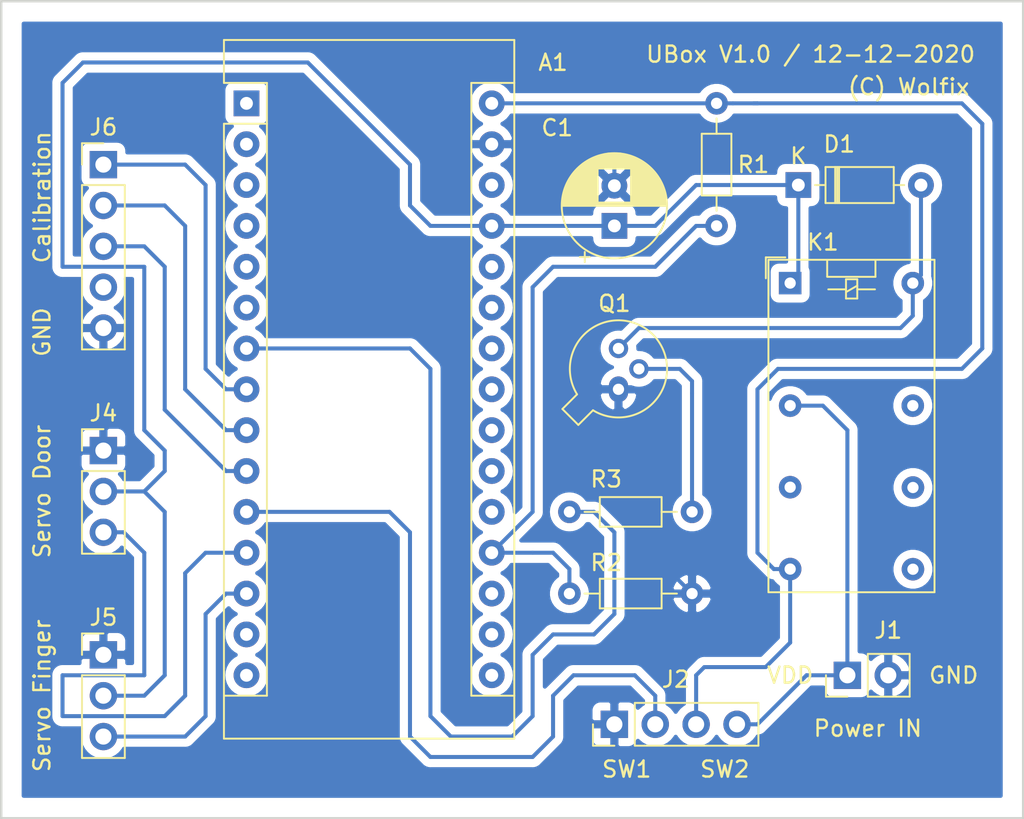
<source format=kicad_pcb>
(kicad_pcb (version 20171130) (host pcbnew 5.0.2+dfsg1-1)

  (general
    (thickness 1.6)
    (drawings 14)
    (tracks 166)
    (zones 0)
    (modules 13)
    (nets 39)
  )

  (page A4)
  (layers
    (0 F.Cu signal)
    (31 B.Cu signal)
    (33 F.Adhes user hide)
    (35 F.Paste user hide)
    (37 F.SilkS user)
    (38 B.Mask user)
    (39 F.Mask user)
    (40 Dwgs.User user hide)
    (41 Cmts.User user hide)
    (42 Eco1.User user hide)
    (43 Eco2.User user hide)
    (44 Edge.Cuts user)
    (45 Margin user hide)
    (46 B.CrtYd user)
    (47 F.CrtYd user)
    (49 F.Fab user hide)
  )

  (setup
    (last_trace_width 0.25)
    (trace_clearance 0.2)
    (zone_clearance 0.508)
    (zone_45_only no)
    (trace_min 0.2)
    (segment_width 0.2)
    (edge_width 0.15)
    (via_size 0.8)
    (via_drill 0.4)
    (via_min_size 0.4)
    (via_min_drill 0.3)
    (uvia_size 0.3)
    (uvia_drill 0.1)
    (uvias_allowed no)
    (uvia_min_size 0.2)
    (uvia_min_drill 0.1)
    (pcb_text_width 0.3)
    (pcb_text_size 1.5 1.5)
    (mod_edge_width 0.15)
    (mod_text_size 1 1)
    (mod_text_width 0.15)
    (pad_size 1.524 1.524)
    (pad_drill 0.762)
    (pad_to_mask_clearance 0)
    (solder_mask_min_width 0.25)
    (aux_axis_origin 0 0)
    (visible_elements FFFFFF7F)
    (pcbplotparams
      (layerselection 0x2d0e0_ffffffff)
      (usegerberextensions false)
      (usegerberattributes false)
      (usegerberadvancedattributes false)
      (creategerberjobfile true)
      (excludeedgelayer true)
      (linewidth 0.100000)
      (plotframeref false)
      (viasonmask false)
      (mode 1)
      (useauxorigin false)
      (hpglpennumber 1)
      (hpglpenspeed 20)
      (hpglpendiameter 15.000000)
      (psnegative false)
      (psa4output false)
      (plotreference true)
      (plotvalue true)
      (plotinvisibletext false)
      (padsonsilk false)
      (subtractmaskfromsilk false)
      (outputformat 4)
      (mirror false)
      (drillshape 0)
      (scaleselection 1)
      (outputdirectory "pdf/"))
  )

  (net 0 "")
  (net 1 "Net-(A1-Pad1)")
  (net 2 "Net-(A1-Pad17)")
  (net 3 "Net-(A1-Pad2)")
  (net 4 "Net-(A1-Pad18)")
  (net 5 "Net-(A1-Pad3)")
  (net 6 "Net-(A1-Pad19)")
  (net 7 "Net-(A1-Pad4)")
  (net 8 "Net-(A1-Pad20)")
  (net 9 "Net-(A1-Pad5)")
  (net 10 "Net-(A1-Pad21)")
  (net 11 "Net-(A1-Pad6)")
  (net 12 "Net-(A1-Pad22)")
  (net 13 "Net-(A1-Pad7)")
  (net 14 "Net-(A1-Pad23)")
  (net 15 "Net-(A1-Pad8)")
  (net 16 "Net-(A1-Pad24)")
  (net 17 "Net-(A1-Pad9)")
  (net 18 "Net-(A1-Pad25)")
  (net 19 "Net-(A1-Pad10)")
  (net 20 "Net-(A1-Pad26)")
  (net 21 "Net-(A1-Pad11)")
  (net 22 "Net-(A1-Pad27)")
  (net 23 "Net-(A1-Pad12)")
  (net 24 "Net-(A1-Pad28)")
  (net 25 "Net-(A1-Pad13)")
  (net 26 "Net-(A1-Pad29)")
  (net 27 "Net-(A1-Pad14)")
  (net 28 "Net-(A1-Pad30)")
  (net 29 "Net-(A1-Pad15)")
  (net 30 "Net-(A1-Pad16)")
  (net 31 "Net-(D1-Pad2)")
  (net 32 "Net-(J1-Pad1)")
  (net 33 "Net-(J6-Pad4)")
  (net 34 "Net-(K1-Pad6)")
  (net 35 "Net-(K1-Pad11)")
  (net 36 "Net-(K1-Pad9)")
  (net 37 "Net-(K1-Pad13)")
  (net 38 "Net-(Q1-Pad2)")

  (net_class Default "Dies ist die voreingestellte Netzklasse."
    (clearance 0.2)
    (trace_width 0.25)
    (via_dia 0.8)
    (via_drill 0.4)
    (uvia_dia 0.3)
    (uvia_drill 0.1)
    (add_net "Net-(A1-Pad1)")
    (add_net "Net-(A1-Pad10)")
    (add_net "Net-(A1-Pad11)")
    (add_net "Net-(A1-Pad12)")
    (add_net "Net-(A1-Pad13)")
    (add_net "Net-(A1-Pad14)")
    (add_net "Net-(A1-Pad15)")
    (add_net "Net-(A1-Pad16)")
    (add_net "Net-(A1-Pad17)")
    (add_net "Net-(A1-Pad18)")
    (add_net "Net-(A1-Pad19)")
    (add_net "Net-(A1-Pad2)")
    (add_net "Net-(A1-Pad20)")
    (add_net "Net-(A1-Pad21)")
    (add_net "Net-(A1-Pad22)")
    (add_net "Net-(A1-Pad23)")
    (add_net "Net-(A1-Pad24)")
    (add_net "Net-(A1-Pad25)")
    (add_net "Net-(A1-Pad26)")
    (add_net "Net-(A1-Pad27)")
    (add_net "Net-(A1-Pad28)")
    (add_net "Net-(A1-Pad29)")
    (add_net "Net-(A1-Pad3)")
    (add_net "Net-(A1-Pad30)")
    (add_net "Net-(A1-Pad4)")
    (add_net "Net-(A1-Pad5)")
    (add_net "Net-(A1-Pad6)")
    (add_net "Net-(A1-Pad7)")
    (add_net "Net-(A1-Pad8)")
    (add_net "Net-(A1-Pad9)")
    (add_net "Net-(D1-Pad2)")
    (add_net "Net-(J1-Pad1)")
    (add_net "Net-(J6-Pad4)")
    (add_net "Net-(K1-Pad11)")
    (add_net "Net-(K1-Pad13)")
    (add_net "Net-(K1-Pad6)")
    (add_net "Net-(K1-Pad9)")
    (add_net "Net-(Q1-Pad2)")
  )

  (module Capacitor_THT:CP_Radial_D6.3mm_P2.50mm (layer F.Cu) (tedit 5AE50EF0) (tstamp 5FD6D162)
    (at 118.11 88.9 90)
    (descr "CP, Radial series, Radial, pin pitch=2.50mm, , diameter=6.3mm, Electrolytic Capacitor")
    (tags "CP Radial series Radial pin pitch 2.50mm  diameter 6.3mm Electrolytic Capacitor")
    (path /5FD13A7C)
    (fp_text reference C1 (at 6.096 -3.556 180) (layer F.SilkS)
      (effects (font (size 1 1) (thickness 0.15)))
    )
    (fp_text value "100 uF" (at 6.096 1.27 180) (layer F.Fab)
      (effects (font (size 1 1) (thickness 0.15)))
    )
    (fp_line (start -1.935241 -2.154) (end -1.935241 -1.524) (layer F.SilkS) (width 0.12))
    (fp_line (start -2.250241 -1.839) (end -1.620241 -1.839) (layer F.SilkS) (width 0.12))
    (fp_line (start 4.491 -0.402) (end 4.491 0.402) (layer F.SilkS) (width 0.12))
    (fp_line (start 4.451 -0.633) (end 4.451 0.633) (layer F.SilkS) (width 0.12))
    (fp_line (start 4.411 -0.802) (end 4.411 0.802) (layer F.SilkS) (width 0.12))
    (fp_line (start 4.371 -0.94) (end 4.371 0.94) (layer F.SilkS) (width 0.12))
    (fp_line (start 4.331 -1.059) (end 4.331 1.059) (layer F.SilkS) (width 0.12))
    (fp_line (start 4.291 -1.165) (end 4.291 1.165) (layer F.SilkS) (width 0.12))
    (fp_line (start 4.251 -1.262) (end 4.251 1.262) (layer F.SilkS) (width 0.12))
    (fp_line (start 4.211 -1.35) (end 4.211 1.35) (layer F.SilkS) (width 0.12))
    (fp_line (start 4.171 -1.432) (end 4.171 1.432) (layer F.SilkS) (width 0.12))
    (fp_line (start 4.131 -1.509) (end 4.131 1.509) (layer F.SilkS) (width 0.12))
    (fp_line (start 4.091 -1.581) (end 4.091 1.581) (layer F.SilkS) (width 0.12))
    (fp_line (start 4.051 -1.65) (end 4.051 1.65) (layer F.SilkS) (width 0.12))
    (fp_line (start 4.011 -1.714) (end 4.011 1.714) (layer F.SilkS) (width 0.12))
    (fp_line (start 3.971 -1.776) (end 3.971 1.776) (layer F.SilkS) (width 0.12))
    (fp_line (start 3.931 -1.834) (end 3.931 1.834) (layer F.SilkS) (width 0.12))
    (fp_line (start 3.891 -1.89) (end 3.891 1.89) (layer F.SilkS) (width 0.12))
    (fp_line (start 3.851 -1.944) (end 3.851 1.944) (layer F.SilkS) (width 0.12))
    (fp_line (start 3.811 -1.995) (end 3.811 1.995) (layer F.SilkS) (width 0.12))
    (fp_line (start 3.771 -2.044) (end 3.771 2.044) (layer F.SilkS) (width 0.12))
    (fp_line (start 3.731 -2.092) (end 3.731 2.092) (layer F.SilkS) (width 0.12))
    (fp_line (start 3.691 -2.137) (end 3.691 2.137) (layer F.SilkS) (width 0.12))
    (fp_line (start 3.651 -2.182) (end 3.651 2.182) (layer F.SilkS) (width 0.12))
    (fp_line (start 3.611 -2.224) (end 3.611 2.224) (layer F.SilkS) (width 0.12))
    (fp_line (start 3.571 -2.265) (end 3.571 2.265) (layer F.SilkS) (width 0.12))
    (fp_line (start 3.531 1.04) (end 3.531 2.305) (layer F.SilkS) (width 0.12))
    (fp_line (start 3.531 -2.305) (end 3.531 -1.04) (layer F.SilkS) (width 0.12))
    (fp_line (start 3.491 1.04) (end 3.491 2.343) (layer F.SilkS) (width 0.12))
    (fp_line (start 3.491 -2.343) (end 3.491 -1.04) (layer F.SilkS) (width 0.12))
    (fp_line (start 3.451 1.04) (end 3.451 2.38) (layer F.SilkS) (width 0.12))
    (fp_line (start 3.451 -2.38) (end 3.451 -1.04) (layer F.SilkS) (width 0.12))
    (fp_line (start 3.411 1.04) (end 3.411 2.416) (layer F.SilkS) (width 0.12))
    (fp_line (start 3.411 -2.416) (end 3.411 -1.04) (layer F.SilkS) (width 0.12))
    (fp_line (start 3.371 1.04) (end 3.371 2.45) (layer F.SilkS) (width 0.12))
    (fp_line (start 3.371 -2.45) (end 3.371 -1.04) (layer F.SilkS) (width 0.12))
    (fp_line (start 3.331 1.04) (end 3.331 2.484) (layer F.SilkS) (width 0.12))
    (fp_line (start 3.331 -2.484) (end 3.331 -1.04) (layer F.SilkS) (width 0.12))
    (fp_line (start 3.291 1.04) (end 3.291 2.516) (layer F.SilkS) (width 0.12))
    (fp_line (start 3.291 -2.516) (end 3.291 -1.04) (layer F.SilkS) (width 0.12))
    (fp_line (start 3.251 1.04) (end 3.251 2.548) (layer F.SilkS) (width 0.12))
    (fp_line (start 3.251 -2.548) (end 3.251 -1.04) (layer F.SilkS) (width 0.12))
    (fp_line (start 3.211 1.04) (end 3.211 2.578) (layer F.SilkS) (width 0.12))
    (fp_line (start 3.211 -2.578) (end 3.211 -1.04) (layer F.SilkS) (width 0.12))
    (fp_line (start 3.171 1.04) (end 3.171 2.607) (layer F.SilkS) (width 0.12))
    (fp_line (start 3.171 -2.607) (end 3.171 -1.04) (layer F.SilkS) (width 0.12))
    (fp_line (start 3.131 1.04) (end 3.131 2.636) (layer F.SilkS) (width 0.12))
    (fp_line (start 3.131 -2.636) (end 3.131 -1.04) (layer F.SilkS) (width 0.12))
    (fp_line (start 3.091 1.04) (end 3.091 2.664) (layer F.SilkS) (width 0.12))
    (fp_line (start 3.091 -2.664) (end 3.091 -1.04) (layer F.SilkS) (width 0.12))
    (fp_line (start 3.051 1.04) (end 3.051 2.69) (layer F.SilkS) (width 0.12))
    (fp_line (start 3.051 -2.69) (end 3.051 -1.04) (layer F.SilkS) (width 0.12))
    (fp_line (start 3.011 1.04) (end 3.011 2.716) (layer F.SilkS) (width 0.12))
    (fp_line (start 3.011 -2.716) (end 3.011 -1.04) (layer F.SilkS) (width 0.12))
    (fp_line (start 2.971 1.04) (end 2.971 2.742) (layer F.SilkS) (width 0.12))
    (fp_line (start 2.971 -2.742) (end 2.971 -1.04) (layer F.SilkS) (width 0.12))
    (fp_line (start 2.931 1.04) (end 2.931 2.766) (layer F.SilkS) (width 0.12))
    (fp_line (start 2.931 -2.766) (end 2.931 -1.04) (layer F.SilkS) (width 0.12))
    (fp_line (start 2.891 1.04) (end 2.891 2.79) (layer F.SilkS) (width 0.12))
    (fp_line (start 2.891 -2.79) (end 2.891 -1.04) (layer F.SilkS) (width 0.12))
    (fp_line (start 2.851 1.04) (end 2.851 2.812) (layer F.SilkS) (width 0.12))
    (fp_line (start 2.851 -2.812) (end 2.851 -1.04) (layer F.SilkS) (width 0.12))
    (fp_line (start 2.811 1.04) (end 2.811 2.834) (layer F.SilkS) (width 0.12))
    (fp_line (start 2.811 -2.834) (end 2.811 -1.04) (layer F.SilkS) (width 0.12))
    (fp_line (start 2.771 1.04) (end 2.771 2.856) (layer F.SilkS) (width 0.12))
    (fp_line (start 2.771 -2.856) (end 2.771 -1.04) (layer F.SilkS) (width 0.12))
    (fp_line (start 2.731 1.04) (end 2.731 2.876) (layer F.SilkS) (width 0.12))
    (fp_line (start 2.731 -2.876) (end 2.731 -1.04) (layer F.SilkS) (width 0.12))
    (fp_line (start 2.691 1.04) (end 2.691 2.896) (layer F.SilkS) (width 0.12))
    (fp_line (start 2.691 -2.896) (end 2.691 -1.04) (layer F.SilkS) (width 0.12))
    (fp_line (start 2.651 1.04) (end 2.651 2.916) (layer F.SilkS) (width 0.12))
    (fp_line (start 2.651 -2.916) (end 2.651 -1.04) (layer F.SilkS) (width 0.12))
    (fp_line (start 2.611 1.04) (end 2.611 2.934) (layer F.SilkS) (width 0.12))
    (fp_line (start 2.611 -2.934) (end 2.611 -1.04) (layer F.SilkS) (width 0.12))
    (fp_line (start 2.571 1.04) (end 2.571 2.952) (layer F.SilkS) (width 0.12))
    (fp_line (start 2.571 -2.952) (end 2.571 -1.04) (layer F.SilkS) (width 0.12))
    (fp_line (start 2.531 1.04) (end 2.531 2.97) (layer F.SilkS) (width 0.12))
    (fp_line (start 2.531 -2.97) (end 2.531 -1.04) (layer F.SilkS) (width 0.12))
    (fp_line (start 2.491 1.04) (end 2.491 2.986) (layer F.SilkS) (width 0.12))
    (fp_line (start 2.491 -2.986) (end 2.491 -1.04) (layer F.SilkS) (width 0.12))
    (fp_line (start 2.451 1.04) (end 2.451 3.002) (layer F.SilkS) (width 0.12))
    (fp_line (start 2.451 -3.002) (end 2.451 -1.04) (layer F.SilkS) (width 0.12))
    (fp_line (start 2.411 1.04) (end 2.411 3.018) (layer F.SilkS) (width 0.12))
    (fp_line (start 2.411 -3.018) (end 2.411 -1.04) (layer F.SilkS) (width 0.12))
    (fp_line (start 2.371 1.04) (end 2.371 3.033) (layer F.SilkS) (width 0.12))
    (fp_line (start 2.371 -3.033) (end 2.371 -1.04) (layer F.SilkS) (width 0.12))
    (fp_line (start 2.331 1.04) (end 2.331 3.047) (layer F.SilkS) (width 0.12))
    (fp_line (start 2.331 -3.047) (end 2.331 -1.04) (layer F.SilkS) (width 0.12))
    (fp_line (start 2.291 1.04) (end 2.291 3.061) (layer F.SilkS) (width 0.12))
    (fp_line (start 2.291 -3.061) (end 2.291 -1.04) (layer F.SilkS) (width 0.12))
    (fp_line (start 2.251 1.04) (end 2.251 3.074) (layer F.SilkS) (width 0.12))
    (fp_line (start 2.251 -3.074) (end 2.251 -1.04) (layer F.SilkS) (width 0.12))
    (fp_line (start 2.211 1.04) (end 2.211 3.086) (layer F.SilkS) (width 0.12))
    (fp_line (start 2.211 -3.086) (end 2.211 -1.04) (layer F.SilkS) (width 0.12))
    (fp_line (start 2.171 1.04) (end 2.171 3.098) (layer F.SilkS) (width 0.12))
    (fp_line (start 2.171 -3.098) (end 2.171 -1.04) (layer F.SilkS) (width 0.12))
    (fp_line (start 2.131 1.04) (end 2.131 3.11) (layer F.SilkS) (width 0.12))
    (fp_line (start 2.131 -3.11) (end 2.131 -1.04) (layer F.SilkS) (width 0.12))
    (fp_line (start 2.091 1.04) (end 2.091 3.121) (layer F.SilkS) (width 0.12))
    (fp_line (start 2.091 -3.121) (end 2.091 -1.04) (layer F.SilkS) (width 0.12))
    (fp_line (start 2.051 1.04) (end 2.051 3.131) (layer F.SilkS) (width 0.12))
    (fp_line (start 2.051 -3.131) (end 2.051 -1.04) (layer F.SilkS) (width 0.12))
    (fp_line (start 2.011 1.04) (end 2.011 3.141) (layer F.SilkS) (width 0.12))
    (fp_line (start 2.011 -3.141) (end 2.011 -1.04) (layer F.SilkS) (width 0.12))
    (fp_line (start 1.971 1.04) (end 1.971 3.15) (layer F.SilkS) (width 0.12))
    (fp_line (start 1.971 -3.15) (end 1.971 -1.04) (layer F.SilkS) (width 0.12))
    (fp_line (start 1.93 1.04) (end 1.93 3.159) (layer F.SilkS) (width 0.12))
    (fp_line (start 1.93 -3.159) (end 1.93 -1.04) (layer F.SilkS) (width 0.12))
    (fp_line (start 1.89 1.04) (end 1.89 3.167) (layer F.SilkS) (width 0.12))
    (fp_line (start 1.89 -3.167) (end 1.89 -1.04) (layer F.SilkS) (width 0.12))
    (fp_line (start 1.85 1.04) (end 1.85 3.175) (layer F.SilkS) (width 0.12))
    (fp_line (start 1.85 -3.175) (end 1.85 -1.04) (layer F.SilkS) (width 0.12))
    (fp_line (start 1.81 1.04) (end 1.81 3.182) (layer F.SilkS) (width 0.12))
    (fp_line (start 1.81 -3.182) (end 1.81 -1.04) (layer F.SilkS) (width 0.12))
    (fp_line (start 1.77 1.04) (end 1.77 3.189) (layer F.SilkS) (width 0.12))
    (fp_line (start 1.77 -3.189) (end 1.77 -1.04) (layer F.SilkS) (width 0.12))
    (fp_line (start 1.73 1.04) (end 1.73 3.195) (layer F.SilkS) (width 0.12))
    (fp_line (start 1.73 -3.195) (end 1.73 -1.04) (layer F.SilkS) (width 0.12))
    (fp_line (start 1.69 1.04) (end 1.69 3.201) (layer F.SilkS) (width 0.12))
    (fp_line (start 1.69 -3.201) (end 1.69 -1.04) (layer F.SilkS) (width 0.12))
    (fp_line (start 1.65 1.04) (end 1.65 3.206) (layer F.SilkS) (width 0.12))
    (fp_line (start 1.65 -3.206) (end 1.65 -1.04) (layer F.SilkS) (width 0.12))
    (fp_line (start 1.61 1.04) (end 1.61 3.211) (layer F.SilkS) (width 0.12))
    (fp_line (start 1.61 -3.211) (end 1.61 -1.04) (layer F.SilkS) (width 0.12))
    (fp_line (start 1.57 1.04) (end 1.57 3.215) (layer F.SilkS) (width 0.12))
    (fp_line (start 1.57 -3.215) (end 1.57 -1.04) (layer F.SilkS) (width 0.12))
    (fp_line (start 1.53 1.04) (end 1.53 3.218) (layer F.SilkS) (width 0.12))
    (fp_line (start 1.53 -3.218) (end 1.53 -1.04) (layer F.SilkS) (width 0.12))
    (fp_line (start 1.49 1.04) (end 1.49 3.222) (layer F.SilkS) (width 0.12))
    (fp_line (start 1.49 -3.222) (end 1.49 -1.04) (layer F.SilkS) (width 0.12))
    (fp_line (start 1.45 -3.224) (end 1.45 3.224) (layer F.SilkS) (width 0.12))
    (fp_line (start 1.41 -3.227) (end 1.41 3.227) (layer F.SilkS) (width 0.12))
    (fp_line (start 1.37 -3.228) (end 1.37 3.228) (layer F.SilkS) (width 0.12))
    (fp_line (start 1.33 -3.23) (end 1.33 3.23) (layer F.SilkS) (width 0.12))
    (fp_line (start 1.29 -3.23) (end 1.29 3.23) (layer F.SilkS) (width 0.12))
    (fp_line (start 1.25 -3.23) (end 1.25 3.23) (layer F.SilkS) (width 0.12))
    (fp_line (start -1.128972 -1.6885) (end -1.128972 -1.0585) (layer F.Fab) (width 0.1))
    (fp_line (start -1.443972 -1.3735) (end -0.813972 -1.3735) (layer F.Fab) (width 0.1))
    (fp_circle (center 1.25 0) (end 4.65 0) (layer F.CrtYd) (width 0.05))
    (fp_circle (center 1.25 0) (end 4.52 0) (layer F.SilkS) (width 0.12))
    (fp_circle (center 1.25 0) (end 4.4 0) (layer F.Fab) (width 0.1))
    (fp_text user %R (at 1.27 -2.286 180) (layer F.Fab)
      (effects (font (size 1 1) (thickness 0.15)))
    )
    (pad 2 thru_hole circle (at 2.5 0 90) (size 1.6 1.6) (drill 0.8) (layers *.Cu *.Mask)
      (net 26 "Net-(A1-Pad29)"))
    (pad 1 thru_hole rect (at 0 0 90) (size 1.6 1.6) (drill 0.8) (layers *.Cu *.Mask)
      (net 22 "Net-(A1-Pad27)"))
    (model ${KISYS3DMOD}/Capacitor_THT.3dshapes/CP_Radial_D6.3mm_P2.50mm.wrl
      (at (xyz 0 0 0))
      (scale (xyz 1 1 1))
      (rotate (xyz 0 0 0))
    )
  )

  (module Package_TO_SOT_THT:TO-18-3 (layer F.Cu) (tedit 5A02FF81) (tstamp 5FD4FCE7)
    (at 118.364 99.06 90)
    (descr TO-18-3)
    (tags TO-18-3)
    (path /5FD13B4E)
    (fp_text reference Q1 (at 5.334 -0.254) (layer F.SilkS)
      (effects (font (size 1 1) (thickness 0.15)))
    )
    (fp_text value BC107 (at 5.08 1.27) (layer F.Fab)
      (effects (font (size 1 1) (thickness 0.15)))
    )
    (fp_circle (center 1.27 0) (end 3.67 0) (layer F.Fab) (width 0.1))
    (fp_line (start 4.42 -3.5) (end -2.23 -3.5) (layer F.CrtYd) (width 0.05))
    (fp_line (start 4.42 3.15) (end 4.42 -3.5) (layer F.CrtYd) (width 0.05))
    (fp_line (start -2.23 3.15) (end 4.42 3.15) (layer F.CrtYd) (width 0.05))
    (fp_line (start -2.23 -3.5) (end -2.23 3.15) (layer F.CrtYd) (width 0.05))
    (fp_line (start -2.214448 -2.494499) (end -1.302281 -1.582331) (layer F.SilkS) (width 0.12))
    (fp_line (start -1.224499 -3.484448) (end -2.214448 -2.494499) (layer F.SilkS) (width 0.12))
    (fp_line (start -0.312331 -2.572281) (end -1.224499 -3.484448) (layer F.SilkS) (width 0.12))
    (fp_line (start -1.976616 -2.426372) (end -1.149301 -1.599057) (layer F.Fab) (width 0.1))
    (fp_line (start -1.156372 -3.246616) (end -1.976616 -2.426372) (layer F.Fab) (width 0.1))
    (fp_line (start -0.329057 -2.419301) (end -1.156372 -3.246616) (layer F.Fab) (width 0.1))
    (fp_text user %R (at 1.27 -2.4) (layer F.Fab)
      (effects (font (size 1 1) (thickness 0.15)))
    )
    (fp_arc (start 1.27 0) (end -0.329057 -2.419301) (angle 336.9) (layer F.Fab) (width 0.1))
    (fp_arc (start 1.27 0) (end -0.312331 -2.572281) (angle 333.2) (layer F.SilkS) (width 0.12))
    (pad 1 thru_hole oval (at 0 0 90) (size 1.6 1.2) (drill 0.7) (layers *.Cu *.Mask)
      (net 26 "Net-(A1-Pad29)"))
    (pad 2 thru_hole oval (at 1.27 1.27 90) (size 1.2 1.2) (drill 0.7) (layers *.Cu *.Mask)
      (net 38 "Net-(Q1-Pad2)"))
    (pad 3 thru_hole oval (at 2.54 0 90) (size 1.2 1.2) (drill 0.7) (layers *.Cu *.Mask)
      (net 31 "Net-(D1-Pad2)"))
    (model ${KISYS3DMOD}/Package_TO_SOT_THT.3dshapes/TO-18-3.wrl
      (at (xyz 0 0 0))
      (scale (xyz 1 1 1))
      (rotate (xyz 0 0 0))
    )
  )

  (module Relay_THT:Relay_DPDT_Omron_G5V-2 (layer F.Cu) (tedit 59D689A9) (tstamp 5FDEAE6F)
    (at 129.032 92.456)
    (descr http://omronfs.omron.com/en_US/ecb/products/pdf/en-g5v2.pdf)
    (tags "Omron G5V-2 Relay DPDT")
    (path /5FD14588)
    (fp_text reference K1 (at 2.032 -2.54) (layer F.SilkS)
      (effects (font (size 1 1) (thickness 0.15)))
    )
    (fp_text value G5V-2 (at 6.35 -2.54 180) (layer F.Fab)
      (effects (font (size 1 1) (thickness 0.15)))
    )
    (fp_line (start -1.45 -1.55) (end -1.45 19.33) (layer F.CrtYd) (width 0.05))
    (fp_line (start 4.17 -0.24) (end 3.47 -0.24) (layer F.SilkS) (width 0.12))
    (fp_line (start 4.17 0.96) (end 4.17 -0.24) (layer F.SilkS) (width 0.12))
    (fp_line (start 3.47 0.96) (end 4.17 0.96) (layer F.SilkS) (width 0.12))
    (fp_line (start 3.47 -0.24) (end 3.47 0.96) (layer F.SilkS) (width 0.12))
    (fp_line (start 3.47 0.56) (end 4.17 0.16) (layer F.SilkS) (width 0.12))
    (fp_line (start 4.17 0.39) (end 5.27 0.39) (layer F.SilkS) (width 0.12))
    (fp_line (start 3.47 0.39) (end 2.37 0.39) (layer F.SilkS) (width 0.12))
    (fp_line (start 9.07 -1.55) (end 9.07 19.33) (layer F.CrtYd) (width 0.05))
    (fp_line (start -1.45 -1.55) (end 9.07 -1.55) (layer F.CrtYd) (width 0.05))
    (fp_line (start 9.07 19.33) (end -1.45 19.33) (layer F.CrtYd) (width 0.05))
    (fp_line (start 5.3 -0.39) (end 5.3 -1.45) (layer F.SilkS) (width 0.12))
    (fp_line (start 2.3 -0.39) (end 5.3 -0.39) (layer F.SilkS) (width 0.12))
    (fp_line (start 2.3 -1.45) (end 2.3 -0.41) (layer F.SilkS) (width 0.12))
    (fp_line (start 8.97 -1.45) (end -1.35 -1.45) (layer F.SilkS) (width 0.12))
    (fp_line (start 8.97 19.22) (end 8.97 -1.45) (layer F.SilkS) (width 0.12))
    (fp_line (start -1.35 19.22) (end 8.97 19.22) (layer F.SilkS) (width 0.12))
    (fp_line (start -1.35 -1.45) (end -1.35 19.22) (layer F.SilkS) (width 0.12))
    (fp_line (start 8.83 19.07) (end 8.83 -1.31) (layer F.Fab) (width 0.12))
    (fp_line (start -1.21 19.07) (end 8.83 19.07) (layer F.Fab) (width 0.12))
    (fp_line (start -1.21 -0.3) (end -1.21 19.58) (layer F.Fab) (width 0.12))
    (fp_line (start 8.83 -1.31) (end -0.3 -1.31) (layer F.Fab) (width 0.12))
    (fp_line (start -1.21 -0.3) (end -0.3 -1.31) (layer F.Fab) (width 0.12))
    (fp_line (start -1.51 -0.3) (end -1.51 -1.6) (layer F.SilkS) (width 0.12))
    (fp_line (start -1.51 -1.6) (end -0.3 -1.6) (layer F.SilkS) (width 0.12))
    (fp_text user %R (at 3.94 9.16) (layer F.Fab)
      (effects (font (size 1 1) (thickness 0.15)))
    )
    (pad 1 thru_hole rect (at 0 0) (size 1.4 1.4) (drill 0.7) (layers *.Cu *.Mask)
      (net 22 "Net-(A1-Pad27)"))
    (pad 16 thru_hole circle (at 7.62 0) (size 1.4 1.4) (drill 0.7) (layers *.Cu *.Mask)
      (net 31 "Net-(D1-Pad2)"))
    (pad 6 thru_hole circle (at 0 12.69) (size 1.4 1.4) (drill 0.7) (layers *.Cu *.Mask)
      (net 34 "Net-(K1-Pad6)"))
    (pad 8 thru_hole circle (at 0 17.78) (size 1.4 1.4) (drill 0.7) (layers *.Cu *.Mask)
      (net 28 "Net-(A1-Pad30)"))
    (pad 4 thru_hole circle (at 0 7.62) (size 1.4 1.4) (drill 0.7) (layers *.Cu *.Mask)
      (net 32 "Net-(J1-Pad1)"))
    (pad 11 thru_hole circle (at 7.63 12.71) (size 1.4 1.4) (drill 0.7) (layers *.Cu *.Mask)
      (net 35 "Net-(K1-Pad11)"))
    (pad 9 thru_hole circle (at 7.63 17.79) (size 1.4 1.4) (drill 0.7) (layers *.Cu *.Mask)
      (net 36 "Net-(K1-Pad9)"))
    (pad 13 thru_hole circle (at 7.62 7.62) (size 1.4 1.4) (drill 0.7) (layers *.Cu *.Mask)
      (net 37 "Net-(K1-Pad13)"))
    (model ${KISYS3DMOD}/Relay_THT.3dshapes/Relay_DPDT_Omron_G5V-2.wrl
      (at (xyz 0 0 0))
      (scale (xyz 1 1 1))
      (rotate (xyz 0 0 0))
    )
  )

  (module Module:Arduino_Nano (layer F.Cu) (tedit 58ACAF70) (tstamp 5FDEACAB)
    (at 95.25 81.28)
    (descr "Arduino Nano, http://www.mouser.com/pdfdocs/Gravitech_Arduino_Nano3_0.pdf")
    (tags "Arduino Nano")
    (path /5FD0EDD7)
    (fp_text reference A1 (at 19.05 -2.54) (layer F.SilkS)
      (effects (font (size 1 1) (thickness 0.15)))
    )
    (fp_text value Arduino_Nano_v3.x (at 8.89 19.05 90) (layer F.Fab)
      (effects (font (size 1 1) (thickness 0.15)))
    )
    (fp_line (start 16.75 42.16) (end -1.53 42.16) (layer F.CrtYd) (width 0.05))
    (fp_line (start 16.75 42.16) (end 16.75 -4.06) (layer F.CrtYd) (width 0.05))
    (fp_line (start -1.53 -4.06) (end -1.53 42.16) (layer F.CrtYd) (width 0.05))
    (fp_line (start -1.53 -4.06) (end 16.75 -4.06) (layer F.CrtYd) (width 0.05))
    (fp_line (start 16.51 -3.81) (end 16.51 39.37) (layer F.Fab) (width 0.1))
    (fp_line (start 0 -3.81) (end 16.51 -3.81) (layer F.Fab) (width 0.1))
    (fp_line (start -1.27 -2.54) (end 0 -3.81) (layer F.Fab) (width 0.1))
    (fp_line (start -1.27 39.37) (end -1.27 -2.54) (layer F.Fab) (width 0.1))
    (fp_line (start 16.51 39.37) (end -1.27 39.37) (layer F.Fab) (width 0.1))
    (fp_line (start 16.64 -3.94) (end -1.4 -3.94) (layer F.SilkS) (width 0.12))
    (fp_line (start 16.64 39.5) (end 16.64 -3.94) (layer F.SilkS) (width 0.12))
    (fp_line (start -1.4 39.5) (end 16.64 39.5) (layer F.SilkS) (width 0.12))
    (fp_line (start 3.81 41.91) (end 3.81 31.75) (layer F.Fab) (width 0.1))
    (fp_line (start 11.43 41.91) (end 3.81 41.91) (layer F.Fab) (width 0.1))
    (fp_line (start 11.43 31.75) (end 11.43 41.91) (layer F.Fab) (width 0.1))
    (fp_line (start 3.81 31.75) (end 11.43 31.75) (layer F.Fab) (width 0.1))
    (fp_line (start 1.27 36.83) (end -1.4 36.83) (layer F.SilkS) (width 0.12))
    (fp_line (start 1.27 1.27) (end 1.27 36.83) (layer F.SilkS) (width 0.12))
    (fp_line (start 1.27 1.27) (end -1.4 1.27) (layer F.SilkS) (width 0.12))
    (fp_line (start 13.97 36.83) (end 16.64 36.83) (layer F.SilkS) (width 0.12))
    (fp_line (start 13.97 -1.27) (end 13.97 36.83) (layer F.SilkS) (width 0.12))
    (fp_line (start 13.97 -1.27) (end 16.64 -1.27) (layer F.SilkS) (width 0.12))
    (fp_line (start -1.4 -3.94) (end -1.4 -1.27) (layer F.SilkS) (width 0.12))
    (fp_line (start -1.4 1.27) (end -1.4 39.5) (layer F.SilkS) (width 0.12))
    (fp_line (start 1.27 -1.27) (end -1.4 -1.27) (layer F.SilkS) (width 0.12))
    (fp_line (start 1.27 1.27) (end 1.27 -1.27) (layer F.SilkS) (width 0.12))
    (fp_text user %R (at 6.35 19.05 90) (layer F.Fab)
      (effects (font (size 1 1) (thickness 0.15)))
    )
    (pad 1 thru_hole rect (at 0 0) (size 1.6 1.6) (drill 0.8) (layers *.Cu *.Mask)
      (net 1 "Net-(A1-Pad1)"))
    (pad 17 thru_hole oval (at 15.24 33.02) (size 1.6 1.6) (drill 0.8) (layers *.Cu *.Mask)
      (net 2 "Net-(A1-Pad17)"))
    (pad 2 thru_hole oval (at 0 2.54) (size 1.6 1.6) (drill 0.8) (layers *.Cu *.Mask)
      (net 3 "Net-(A1-Pad2)"))
    (pad 18 thru_hole oval (at 15.24 30.48) (size 1.6 1.6) (drill 0.8) (layers *.Cu *.Mask)
      (net 4 "Net-(A1-Pad18)"))
    (pad 3 thru_hole oval (at 0 5.08) (size 1.6 1.6) (drill 0.8) (layers *.Cu *.Mask)
      (net 5 "Net-(A1-Pad3)"))
    (pad 19 thru_hole oval (at 15.24 27.94) (size 1.6 1.6) (drill 0.8) (layers *.Cu *.Mask)
      (net 6 "Net-(A1-Pad19)"))
    (pad 4 thru_hole oval (at 0 7.62) (size 1.6 1.6) (drill 0.8) (layers *.Cu *.Mask)
      (net 7 "Net-(A1-Pad4)"))
    (pad 20 thru_hole oval (at 15.24 25.4) (size 1.6 1.6) (drill 0.8) (layers *.Cu *.Mask)
      (net 8 "Net-(A1-Pad20)"))
    (pad 5 thru_hole oval (at 0 10.16) (size 1.6 1.6) (drill 0.8) (layers *.Cu *.Mask)
      (net 9 "Net-(A1-Pad5)"))
    (pad 21 thru_hole oval (at 15.24 22.86) (size 1.6 1.6) (drill 0.8) (layers *.Cu *.Mask)
      (net 10 "Net-(A1-Pad21)"))
    (pad 6 thru_hole oval (at 0 12.7) (size 1.6 1.6) (drill 0.8) (layers *.Cu *.Mask)
      (net 11 "Net-(A1-Pad6)"))
    (pad 22 thru_hole oval (at 15.24 20.32) (size 1.6 1.6) (drill 0.8) (layers *.Cu *.Mask)
      (net 12 "Net-(A1-Pad22)"))
    (pad 7 thru_hole oval (at 0 15.24) (size 1.6 1.6) (drill 0.8) (layers *.Cu *.Mask)
      (net 13 "Net-(A1-Pad7)"))
    (pad 23 thru_hole oval (at 15.24 17.78) (size 1.6 1.6) (drill 0.8) (layers *.Cu *.Mask)
      (net 14 "Net-(A1-Pad23)"))
    (pad 8 thru_hole oval (at 0 17.78) (size 1.6 1.6) (drill 0.8) (layers *.Cu *.Mask)
      (net 15 "Net-(A1-Pad8)"))
    (pad 24 thru_hole oval (at 15.24 15.24) (size 1.6 1.6) (drill 0.8) (layers *.Cu *.Mask)
      (net 16 "Net-(A1-Pad24)"))
    (pad 9 thru_hole oval (at 0 20.32) (size 1.6 1.6) (drill 0.8) (layers *.Cu *.Mask)
      (net 17 "Net-(A1-Pad9)"))
    (pad 25 thru_hole oval (at 15.24 12.7) (size 1.6 1.6) (drill 0.8) (layers *.Cu *.Mask)
      (net 18 "Net-(A1-Pad25)"))
    (pad 10 thru_hole oval (at 0 22.86) (size 1.6 1.6) (drill 0.8) (layers *.Cu *.Mask)
      (net 19 "Net-(A1-Pad10)"))
    (pad 26 thru_hole oval (at 15.24 10.16) (size 1.6 1.6) (drill 0.8) (layers *.Cu *.Mask)
      (net 20 "Net-(A1-Pad26)"))
    (pad 11 thru_hole oval (at 0 25.4) (size 1.6 1.6) (drill 0.8) (layers *.Cu *.Mask)
      (net 21 "Net-(A1-Pad11)"))
    (pad 27 thru_hole oval (at 15.24 7.62) (size 1.6 1.6) (drill 0.8) (layers *.Cu *.Mask)
      (net 22 "Net-(A1-Pad27)"))
    (pad 12 thru_hole oval (at 0 27.94) (size 1.6 1.6) (drill 0.8) (layers *.Cu *.Mask)
      (net 23 "Net-(A1-Pad12)"))
    (pad 28 thru_hole oval (at 15.24 5.08) (size 1.6 1.6) (drill 0.8) (layers *.Cu *.Mask)
      (net 24 "Net-(A1-Pad28)"))
    (pad 13 thru_hole oval (at 0 30.48) (size 1.6 1.6) (drill 0.8) (layers *.Cu *.Mask)
      (net 25 "Net-(A1-Pad13)"))
    (pad 29 thru_hole oval (at 15.24 2.54) (size 1.6 1.6) (drill 0.8) (layers *.Cu *.Mask)
      (net 26 "Net-(A1-Pad29)"))
    (pad 14 thru_hole oval (at 0 33.02) (size 1.6 1.6) (drill 0.8) (layers *.Cu *.Mask)
      (net 27 "Net-(A1-Pad14)"))
    (pad 30 thru_hole oval (at 15.24 0) (size 1.6 1.6) (drill 0.8) (layers *.Cu *.Mask)
      (net 28 "Net-(A1-Pad30)"))
    (pad 15 thru_hole oval (at 0 35.56) (size 1.6 1.6) (drill 0.8) (layers *.Cu *.Mask)
      (net 29 "Net-(A1-Pad15)"))
    (pad 16 thru_hole oval (at 15.24 35.56) (size 1.6 1.6) (drill 0.8) (layers *.Cu *.Mask)
      (net 30 "Net-(A1-Pad16)"))
    (model ${KISYS3DMOD}/Module.3dshapes/Arduino_Nano_WithMountingHoles.wrl
      (at (xyz 0 0 0))
      (scale (xyz 1 1 1))
      (rotate (xyz 0 0 0))
    )
  )

  (module Diode_THT:D_DO-35_SOD27_P7.62mm_Horizontal (layer F.Cu) (tedit 5AE50CD5) (tstamp 5FDEADC0)
    (at 129.54 86.36)
    (descr "Diode, DO-35_SOD27 series, Axial, Horizontal, pin pitch=7.62mm, , length*diameter=4*2mm^2, , http://www.diodes.com/_files/packages/DO-35.pdf")
    (tags "Diode DO-35_SOD27 series Axial Horizontal pin pitch 7.62mm  length 4mm diameter 2mm")
    (path /5FD1469A)
    (fp_text reference D1 (at 2.54 -2.54) (layer F.SilkS)
      (effects (font (size 1 1) (thickness 0.15)))
    )
    (fp_text value 1N4148 (at 7.112 -2.54) (layer F.Fab)
      (effects (font (size 1 1) (thickness 0.15)))
    )
    (fp_line (start 8.67 -1.25) (end -1.05 -1.25) (layer F.CrtYd) (width 0.05))
    (fp_line (start 8.67 1.25) (end 8.67 -1.25) (layer F.CrtYd) (width 0.05))
    (fp_line (start -1.05 1.25) (end 8.67 1.25) (layer F.CrtYd) (width 0.05))
    (fp_line (start -1.05 -1.25) (end -1.05 1.25) (layer F.CrtYd) (width 0.05))
    (fp_line (start 2.29 -1.12) (end 2.29 1.12) (layer F.SilkS) (width 0.12))
    (fp_line (start 2.53 -1.12) (end 2.53 1.12) (layer F.SilkS) (width 0.12))
    (fp_line (start 2.41 -1.12) (end 2.41 1.12) (layer F.SilkS) (width 0.12))
    (fp_line (start 6.58 0) (end 5.93 0) (layer F.SilkS) (width 0.12))
    (fp_line (start 1.04 0) (end 1.69 0) (layer F.SilkS) (width 0.12))
    (fp_line (start 5.93 -1.12) (end 1.69 -1.12) (layer F.SilkS) (width 0.12))
    (fp_line (start 5.93 1.12) (end 5.93 -1.12) (layer F.SilkS) (width 0.12))
    (fp_line (start 1.69 1.12) (end 5.93 1.12) (layer F.SilkS) (width 0.12))
    (fp_line (start 1.69 -1.12) (end 1.69 1.12) (layer F.SilkS) (width 0.12))
    (fp_line (start 2.31 -1) (end 2.31 1) (layer F.Fab) (width 0.1))
    (fp_line (start 2.51 -1) (end 2.51 1) (layer F.Fab) (width 0.1))
    (fp_line (start 2.41 -1) (end 2.41 1) (layer F.Fab) (width 0.1))
    (fp_line (start 7.62 0) (end 5.81 0) (layer F.Fab) (width 0.1))
    (fp_line (start 0 0) (end 1.81 0) (layer F.Fab) (width 0.1))
    (fp_line (start 5.81 -1) (end 1.81 -1) (layer F.Fab) (width 0.1))
    (fp_line (start 5.81 1) (end 5.81 -1) (layer F.Fab) (width 0.1))
    (fp_line (start 1.81 1) (end 5.81 1) (layer F.Fab) (width 0.1))
    (fp_line (start 1.81 -1) (end 1.81 1) (layer F.Fab) (width 0.1))
    (fp_text user %R (at 4.11 0) (layer F.Fab)
      (effects (font (size 0.8 0.8) (thickness 0.12)))
    )
    (fp_text user K (at 0 -1.8) (layer F.Fab)
      (effects (font (size 1 1) (thickness 0.15)))
    )
    (fp_text user K (at 0 -1.8) (layer F.SilkS)
      (effects (font (size 1 1) (thickness 0.15)))
    )
    (pad 1 thru_hole rect (at 0 0) (size 1.6 1.6) (drill 0.8) (layers *.Cu *.Mask)
      (net 22 "Net-(A1-Pad27)"))
    (pad 2 thru_hole oval (at 7.62 0) (size 1.6 1.6) (drill 0.8) (layers *.Cu *.Mask)
      (net 31 "Net-(D1-Pad2)"))
    (model ${KISYS3DMOD}/Diode_THT.3dshapes/D_DO-35_SOD27_P7.62mm_Horizontal.wrl
      (at (xyz 0 0 0))
      (scale (xyz 1 1 1))
      (rotate (xyz 0 0 0))
    )
  )

  (module Connector_PinHeader_2.54mm:PinHeader_1x02_P2.54mm_Vertical (layer F.Cu) (tedit 5FD3E953) (tstamp 5FDEADD6)
    (at 132.588 116.84 90)
    (descr "Through hole straight pin header, 1x02, 2.54mm pitch, single row")
    (tags "Through hole pin header THT 1x02 2.54mm single row")
    (path /5FD0EFDC)
    (fp_text reference J1 (at 2.794 2.54 180) (layer F.SilkS)
      (effects (font (size 1 1) (thickness 0.15)))
    )
    (fp_text value "Power IN" (at -3.81 0.762 180) (layer F.Fab)
      (effects (font (size 1 1) (thickness 0.15)))
    )
    (fp_line (start 1.8 -1.8) (end -1.8 -1.8) (layer F.CrtYd) (width 0.05))
    (fp_line (start 1.8 4.35) (end 1.8 -1.8) (layer F.CrtYd) (width 0.05))
    (fp_line (start -1.8 4.35) (end 1.8 4.35) (layer F.CrtYd) (width 0.05))
    (fp_line (start -1.8 -1.8) (end -1.8 4.35) (layer F.CrtYd) (width 0.05))
    (fp_line (start -1.33 -1.33) (end 0 -1.33) (layer F.SilkS) (width 0.12))
    (fp_line (start -1.33 0) (end -1.33 -1.33) (layer F.SilkS) (width 0.12))
    (fp_line (start -1.33 1.27) (end 1.33 1.27) (layer F.SilkS) (width 0.12))
    (fp_line (start 1.33 1.27) (end 1.33 3.87) (layer F.SilkS) (width 0.12))
    (fp_line (start -1.33 1.27) (end -1.33 3.87) (layer F.SilkS) (width 0.12))
    (fp_line (start -1.33 3.87) (end 1.33 3.87) (layer F.SilkS) (width 0.12))
    (fp_line (start -1.27 -0.635) (end -0.635 -1.27) (layer F.Fab) (width 0.1))
    (fp_line (start -1.27 3.81) (end -1.27 -0.635) (layer F.Fab) (width 0.1))
    (fp_line (start 1.27 3.81) (end -1.27 3.81) (layer F.Fab) (width 0.1))
    (fp_line (start 1.27 -1.27) (end 1.27 3.81) (layer F.Fab) (width 0.1))
    (fp_line (start -0.635 -1.27) (end 1.27 -1.27) (layer F.Fab) (width 0.1))
    (fp_text user %R (at 0 1.27 180) (layer F.Fab)
      (effects (font (size 1 1) (thickness 0.15)))
    )
    (pad 1 thru_hole rect (at 0 0 90) (size 1.7 1.7) (drill 1) (layers *.Cu *.Mask)
      (net 32 "Net-(J1-Pad1)"))
    (pad 2 thru_hole oval (at 0 2.54 90) (size 1.7 1.7) (drill 1) (layers *.Cu *.Mask)
      (net 26 "Net-(A1-Pad29)"))
    (model ${KISYS3DMOD}/Connector_PinHeader_2.54mm.3dshapes/PinHeader_1x02_P2.54mm_Vertical.wrl
      (at (xyz 0 0 0))
      (scale (xyz 1 1 1))
      (rotate (xyz 0 0 0))
    )
  )

  (module Connector_PinHeader_2.54mm:PinHeader_1x03_P2.54mm_Vertical (layer F.Cu) (tedit 59FED5CC) (tstamp 5FDEAE19)
    (at 86.36 102.87)
    (descr "Through hole straight pin header, 1x03, 2.54mm pitch, single row")
    (tags "Through hole pin header THT 1x03 2.54mm single row")
    (path /5FD12A39)
    (fp_text reference J4 (at 0 -2.33) (layer F.SilkS)
      (effects (font (size 1 1) (thickness 0.15)))
    )
    (fp_text value "Servo Door" (at -3.81 2.54 90) (layer F.Fab)
      (effects (font (size 1 1) (thickness 0.15)))
    )
    (fp_line (start 1.8 -1.8) (end -1.8 -1.8) (layer F.CrtYd) (width 0.05))
    (fp_line (start 1.8 6.85) (end 1.8 -1.8) (layer F.CrtYd) (width 0.05))
    (fp_line (start -1.8 6.85) (end 1.8 6.85) (layer F.CrtYd) (width 0.05))
    (fp_line (start -1.8 -1.8) (end -1.8 6.85) (layer F.CrtYd) (width 0.05))
    (fp_line (start -1.33 -1.33) (end 0 -1.33) (layer F.SilkS) (width 0.12))
    (fp_line (start -1.33 0) (end -1.33 -1.33) (layer F.SilkS) (width 0.12))
    (fp_line (start -1.33 1.27) (end 1.33 1.27) (layer F.SilkS) (width 0.12))
    (fp_line (start 1.33 1.27) (end 1.33 6.41) (layer F.SilkS) (width 0.12))
    (fp_line (start -1.33 1.27) (end -1.33 6.41) (layer F.SilkS) (width 0.12))
    (fp_line (start -1.33 6.41) (end 1.33 6.41) (layer F.SilkS) (width 0.12))
    (fp_line (start -1.27 -0.635) (end -0.635 -1.27) (layer F.Fab) (width 0.1))
    (fp_line (start -1.27 6.35) (end -1.27 -0.635) (layer F.Fab) (width 0.1))
    (fp_line (start 1.27 6.35) (end -1.27 6.35) (layer F.Fab) (width 0.1))
    (fp_line (start 1.27 -1.27) (end 1.27 6.35) (layer F.Fab) (width 0.1))
    (fp_line (start -0.635 -1.27) (end 1.27 -1.27) (layer F.Fab) (width 0.1))
    (fp_text user %R (at 0 2.54 90) (layer F.Fab)
      (effects (font (size 1 1) (thickness 0.15)))
    )
    (pad 1 thru_hole rect (at 0 0) (size 1.7 1.7) (drill 1) (layers *.Cu *.Mask)
      (net 26 "Net-(A1-Pad29)"))
    (pad 2 thru_hole oval (at 0 2.54) (size 1.7 1.7) (drill 1) (layers *.Cu *.Mask)
      (net 22 "Net-(A1-Pad27)"))
    (pad 3 thru_hole oval (at 0 5.08) (size 1.7 1.7) (drill 1) (layers *.Cu *.Mask)
      (net 23 "Net-(A1-Pad12)"))
    (model ${KISYS3DMOD}/Connector_PinHeader_2.54mm.3dshapes/PinHeader_1x03_P2.54mm_Vertical.wrl
      (at (xyz 0 0 0))
      (scale (xyz 1 1 1))
      (rotate (xyz 0 0 0))
    )
  )

  (module Connector_PinHeader_2.54mm:PinHeader_1x03_P2.54mm_Vertical (layer F.Cu) (tedit 59FED5CC) (tstamp 5FDEAE30)
    (at 86.36 115.57)
    (descr "Through hole straight pin header, 1x03, 2.54mm pitch, single row")
    (tags "Through hole pin header THT 1x03 2.54mm single row")
    (path /5FD12AB7)
    (fp_text reference J5 (at 0 -2.33) (layer F.SilkS)
      (effects (font (size 1 1) (thickness 0.15)))
    )
    (fp_text value "Servo Finger" (at -3.81 2.54 90) (layer F.Fab)
      (effects (font (size 1 1) (thickness 0.15)))
    )
    (fp_line (start -0.635 -1.27) (end 1.27 -1.27) (layer F.Fab) (width 0.1))
    (fp_line (start 1.27 -1.27) (end 1.27 6.35) (layer F.Fab) (width 0.1))
    (fp_line (start 1.27 6.35) (end -1.27 6.35) (layer F.Fab) (width 0.1))
    (fp_line (start -1.27 6.35) (end -1.27 -0.635) (layer F.Fab) (width 0.1))
    (fp_line (start -1.27 -0.635) (end -0.635 -1.27) (layer F.Fab) (width 0.1))
    (fp_line (start -1.33 6.41) (end 1.33 6.41) (layer F.SilkS) (width 0.12))
    (fp_line (start -1.33 1.27) (end -1.33 6.41) (layer F.SilkS) (width 0.12))
    (fp_line (start 1.33 1.27) (end 1.33 6.41) (layer F.SilkS) (width 0.12))
    (fp_line (start -1.33 1.27) (end 1.33 1.27) (layer F.SilkS) (width 0.12))
    (fp_line (start -1.33 0) (end -1.33 -1.33) (layer F.SilkS) (width 0.12))
    (fp_line (start -1.33 -1.33) (end 0 -1.33) (layer F.SilkS) (width 0.12))
    (fp_line (start -1.8 -1.8) (end -1.8 6.85) (layer F.CrtYd) (width 0.05))
    (fp_line (start -1.8 6.85) (end 1.8 6.85) (layer F.CrtYd) (width 0.05))
    (fp_line (start 1.8 6.85) (end 1.8 -1.8) (layer F.CrtYd) (width 0.05))
    (fp_line (start 1.8 -1.8) (end -1.8 -1.8) (layer F.CrtYd) (width 0.05))
    (fp_text user %R (at 0 2.54 90) (layer F.Fab)
      (effects (font (size 1 1) (thickness 0.15)))
    )
    (pad 3 thru_hole oval (at 0 5.08) (size 1.7 1.7) (drill 1) (layers *.Cu *.Mask)
      (net 25 "Net-(A1-Pad13)"))
    (pad 2 thru_hole oval (at 0 2.54) (size 1.7 1.7) (drill 1) (layers *.Cu *.Mask)
      (net 22 "Net-(A1-Pad27)"))
    (pad 1 thru_hole rect (at 0 0) (size 1.7 1.7) (drill 1) (layers *.Cu *.Mask)
      (net 26 "Net-(A1-Pad29)"))
    (model ${KISYS3DMOD}/Connector_PinHeader_2.54mm.3dshapes/PinHeader_1x03_P2.54mm_Vertical.wrl
      (at (xyz 0 0 0))
      (scale (xyz 1 1 1))
      (rotate (xyz 0 0 0))
    )
  )

  (module Connector_PinHeader_2.54mm:PinHeader_1x05_P2.54mm_Vertical (layer F.Cu) (tedit 59FED5CC) (tstamp 5FDEAE49)
    (at 86.36 85.09)
    (descr "Through hole straight pin header, 1x05, 2.54mm pitch, single row")
    (tags "Through hole pin header THT 1x05 2.54mm single row")
    (path /5FD12BE6)
    (fp_text reference J6 (at 0 -2.33) (layer F.SilkS)
      (effects (font (size 1 1) (thickness 0.15)))
    )
    (fp_text value "Calibration Switches" (at -3.81 5.08 90) (layer F.Fab)
      (effects (font (size 1 1) (thickness 0.15)))
    )
    (fp_line (start 1.8 -1.8) (end -1.8 -1.8) (layer F.CrtYd) (width 0.05))
    (fp_line (start 1.8 11.95) (end 1.8 -1.8) (layer F.CrtYd) (width 0.05))
    (fp_line (start -1.8 11.95) (end 1.8 11.95) (layer F.CrtYd) (width 0.05))
    (fp_line (start -1.8 -1.8) (end -1.8 11.95) (layer F.CrtYd) (width 0.05))
    (fp_line (start -1.33 -1.33) (end 0 -1.33) (layer F.SilkS) (width 0.12))
    (fp_line (start -1.33 0) (end -1.33 -1.33) (layer F.SilkS) (width 0.12))
    (fp_line (start -1.33 1.27) (end 1.33 1.27) (layer F.SilkS) (width 0.12))
    (fp_line (start 1.33 1.27) (end 1.33 11.49) (layer F.SilkS) (width 0.12))
    (fp_line (start -1.33 1.27) (end -1.33 11.49) (layer F.SilkS) (width 0.12))
    (fp_line (start -1.33 11.49) (end 1.33 11.49) (layer F.SilkS) (width 0.12))
    (fp_line (start -1.27 -0.635) (end -0.635 -1.27) (layer F.Fab) (width 0.1))
    (fp_line (start -1.27 11.43) (end -1.27 -0.635) (layer F.Fab) (width 0.1))
    (fp_line (start 1.27 11.43) (end -1.27 11.43) (layer F.Fab) (width 0.1))
    (fp_line (start 1.27 -1.27) (end 1.27 11.43) (layer F.Fab) (width 0.1))
    (fp_line (start -0.635 -1.27) (end 1.27 -1.27) (layer F.Fab) (width 0.1))
    (fp_text user %R (at 0 5.08 90) (layer F.Fab)
      (effects (font (size 1 1) (thickness 0.15)))
    )
    (pad 1 thru_hole rect (at 0 0) (size 1.7 1.7) (drill 1) (layers *.Cu *.Mask)
      (net 15 "Net-(A1-Pad8)"))
    (pad 2 thru_hole oval (at 0 2.54) (size 1.7 1.7) (drill 1) (layers *.Cu *.Mask)
      (net 17 "Net-(A1-Pad9)"))
    (pad 3 thru_hole oval (at 0 5.08) (size 1.7 1.7) (drill 1) (layers *.Cu *.Mask)
      (net 19 "Net-(A1-Pad10)"))
    (pad 4 thru_hole oval (at 0 7.62) (size 1.7 1.7) (drill 1) (layers *.Cu *.Mask)
      (net 33 "Net-(J6-Pad4)"))
    (pad 5 thru_hole oval (at 0 10.16) (size 1.7 1.7) (drill 1) (layers *.Cu *.Mask)
      (net 26 "Net-(A1-Pad29)"))
    (model ${KISYS3DMOD}/Connector_PinHeader_2.54mm.3dshapes/PinHeader_1x05_P2.54mm_Vertical.wrl
      (at (xyz 0 0 0))
      (scale (xyz 1 1 1))
      (rotate (xyz 0 0 0))
    )
  )

  (module Resistor_THT:R_Axial_DIN0204_L3.6mm_D1.6mm_P7.62mm_Horizontal (layer F.Cu) (tedit 5AE5139B) (tstamp 5FDEAE9B)
    (at 124.46 81.28 270)
    (descr "Resistor, Axial_DIN0204 series, Axial, Horizontal, pin pitch=7.62mm, 0.167W, length*diameter=3.6*1.6mm^2, http://cdn-reichelt.de/documents/datenblatt/B400/1_4W%23YAG.pdf")
    (tags "Resistor Axial_DIN0204 series Axial Horizontal pin pitch 7.62mm 0.167W length 3.6mm diameter 1.6mm")
    (path /5FD13C5B)
    (fp_text reference R1 (at 3.81 -2.286) (layer F.SilkS)
      (effects (font (size 1 1) (thickness 0.15)))
    )
    (fp_text value 10k (at 5.334 -2.54) (layer F.Fab)
      (effects (font (size 1 1) (thickness 0.15)))
    )
    (fp_line (start 8.57 -1.05) (end -0.95 -1.05) (layer F.CrtYd) (width 0.05))
    (fp_line (start 8.57 1.05) (end 8.57 -1.05) (layer F.CrtYd) (width 0.05))
    (fp_line (start -0.95 1.05) (end 8.57 1.05) (layer F.CrtYd) (width 0.05))
    (fp_line (start -0.95 -1.05) (end -0.95 1.05) (layer F.CrtYd) (width 0.05))
    (fp_line (start 6.68 0) (end 5.73 0) (layer F.SilkS) (width 0.12))
    (fp_line (start 0.94 0) (end 1.89 0) (layer F.SilkS) (width 0.12))
    (fp_line (start 5.73 -0.92) (end 1.89 -0.92) (layer F.SilkS) (width 0.12))
    (fp_line (start 5.73 0.92) (end 5.73 -0.92) (layer F.SilkS) (width 0.12))
    (fp_line (start 1.89 0.92) (end 5.73 0.92) (layer F.SilkS) (width 0.12))
    (fp_line (start 1.89 -0.92) (end 1.89 0.92) (layer F.SilkS) (width 0.12))
    (fp_line (start 7.62 0) (end 5.61 0) (layer F.Fab) (width 0.1))
    (fp_line (start 0 0) (end 2.01 0) (layer F.Fab) (width 0.1))
    (fp_line (start 5.61 -0.8) (end 2.01 -0.8) (layer F.Fab) (width 0.1))
    (fp_line (start 5.61 0.8) (end 5.61 -0.8) (layer F.Fab) (width 0.1))
    (fp_line (start 2.01 0.8) (end 5.61 0.8) (layer F.Fab) (width 0.1))
    (fp_line (start 2.01 -0.8) (end 2.01 0.8) (layer F.Fab) (width 0.1))
    (fp_text user %R (at 3.81 0 270) (layer F.Fab)
      (effects (font (size 0.72 0.72) (thickness 0.108)))
    )
    (pad 1 thru_hole circle (at 0 0 270) (size 1.4 1.4) (drill 0.7) (layers *.Cu *.Mask)
      (net 28 "Net-(A1-Pad30)"))
    (pad 2 thru_hole oval (at 7.62 0 270) (size 1.4 1.4) (drill 0.7) (layers *.Cu *.Mask)
      (net 6 "Net-(A1-Pad19)"))
    (model ${KISYS3DMOD}/Resistor_THT.3dshapes/R_Axial_DIN0204_L3.6mm_D1.6mm_P7.62mm_Horizontal.wrl
      (at (xyz 0 0 0))
      (scale (xyz 1 1 1))
      (rotate (xyz 0 0 0))
    )
  )

  (module Resistor_THT:R_Axial_DIN0204_L3.6mm_D1.6mm_P7.62mm_Horizontal (layer F.Cu) (tedit 5AE5139B) (tstamp 5FDEAEB2)
    (at 115.316 111.76)
    (descr "Resistor, Axial_DIN0204 series, Axial, Horizontal, pin pitch=7.62mm, 0.167W, length*diameter=3.6*1.6mm^2, http://cdn-reichelt.de/documents/datenblatt/B400/1_4W%23YAG.pdf")
    (tags "Resistor Axial_DIN0204 series Axial Horizontal pin pitch 7.62mm 0.167W length 3.6mm diameter 1.6mm")
    (path /5FD13D59)
    (fp_text reference R2 (at 2.286 -1.92) (layer F.SilkS)
      (effects (font (size 1 1) (thickness 0.15)))
    )
    (fp_text value 10k (at 5.842 -2.032) (layer F.Fab)
      (effects (font (size 1 1) (thickness 0.15)))
    )
    (fp_line (start 2.01 -0.8) (end 2.01 0.8) (layer F.Fab) (width 0.1))
    (fp_line (start 2.01 0.8) (end 5.61 0.8) (layer F.Fab) (width 0.1))
    (fp_line (start 5.61 0.8) (end 5.61 -0.8) (layer F.Fab) (width 0.1))
    (fp_line (start 5.61 -0.8) (end 2.01 -0.8) (layer F.Fab) (width 0.1))
    (fp_line (start 0 0) (end 2.01 0) (layer F.Fab) (width 0.1))
    (fp_line (start 7.62 0) (end 5.61 0) (layer F.Fab) (width 0.1))
    (fp_line (start 1.89 -0.92) (end 1.89 0.92) (layer F.SilkS) (width 0.12))
    (fp_line (start 1.89 0.92) (end 5.73 0.92) (layer F.SilkS) (width 0.12))
    (fp_line (start 5.73 0.92) (end 5.73 -0.92) (layer F.SilkS) (width 0.12))
    (fp_line (start 5.73 -0.92) (end 1.89 -0.92) (layer F.SilkS) (width 0.12))
    (fp_line (start 0.94 0) (end 1.89 0) (layer F.SilkS) (width 0.12))
    (fp_line (start 6.68 0) (end 5.73 0) (layer F.SilkS) (width 0.12))
    (fp_line (start -0.95 -1.05) (end -0.95 1.05) (layer F.CrtYd) (width 0.05))
    (fp_line (start -0.95 1.05) (end 8.57 1.05) (layer F.CrtYd) (width 0.05))
    (fp_line (start 8.57 1.05) (end 8.57 -1.05) (layer F.CrtYd) (width 0.05))
    (fp_line (start 8.57 -1.05) (end -0.95 -1.05) (layer F.CrtYd) (width 0.05))
    (fp_text user %R (at 3.81 0) (layer F.Fab)
      (effects (font (size 0.72 0.72) (thickness 0.108)))
    )
    (pad 2 thru_hole oval (at 7.62 0) (size 1.4 1.4) (drill 0.7) (layers *.Cu *.Mask)
      (net 26 "Net-(A1-Pad29)"))
    (pad 1 thru_hole circle (at 0 0) (size 1.4 1.4) (drill 0.7) (layers *.Cu *.Mask)
      (net 6 "Net-(A1-Pad19)"))
    (model ${KISYS3DMOD}/Resistor_THT.3dshapes/R_Axial_DIN0204_L3.6mm_D1.6mm_P7.62mm_Horizontal.wrl
      (at (xyz 0 0 0))
      (scale (xyz 1 1 1))
      (rotate (xyz 0 0 0))
    )
  )

  (module Resistor_THT:R_Axial_DIN0204_L3.6mm_D1.6mm_P7.62mm_Horizontal (layer F.Cu) (tedit 5AE5139B) (tstamp 5FDEAEC9)
    (at 122.936 106.68 180)
    (descr "Resistor, Axial_DIN0204 series, Axial, Horizontal, pin pitch=7.62mm, 0.167W, length*diameter=3.6*1.6mm^2, http://cdn-reichelt.de/documents/datenblatt/B400/1_4W%23YAG.pdf")
    (tags "Resistor Axial_DIN0204 series Axial Horizontal pin pitch 7.62mm 0.167W length 3.6mm diameter 1.6mm")
    (path /5FD13E12)
    (fp_text reference R3 (at 5.334 2.032 180) (layer F.SilkS)
      (effects (font (size 1 1) (thickness 0.15)))
    )
    (fp_text value 47k (at 1.778 1.92 180) (layer F.Fab)
      (effects (font (size 1 1) (thickness 0.15)))
    )
    (fp_line (start 8.57 -1.05) (end -0.95 -1.05) (layer F.CrtYd) (width 0.05))
    (fp_line (start 8.57 1.05) (end 8.57 -1.05) (layer F.CrtYd) (width 0.05))
    (fp_line (start -0.95 1.05) (end 8.57 1.05) (layer F.CrtYd) (width 0.05))
    (fp_line (start -0.95 -1.05) (end -0.95 1.05) (layer F.CrtYd) (width 0.05))
    (fp_line (start 6.68 0) (end 5.73 0) (layer F.SilkS) (width 0.12))
    (fp_line (start 0.94 0) (end 1.89 0) (layer F.SilkS) (width 0.12))
    (fp_line (start 5.73 -0.92) (end 1.89 -0.92) (layer F.SilkS) (width 0.12))
    (fp_line (start 5.73 0.92) (end 5.73 -0.92) (layer F.SilkS) (width 0.12))
    (fp_line (start 1.89 0.92) (end 5.73 0.92) (layer F.SilkS) (width 0.12))
    (fp_line (start 1.89 -0.92) (end 1.89 0.92) (layer F.SilkS) (width 0.12))
    (fp_line (start 7.62 0) (end 5.61 0) (layer F.Fab) (width 0.1))
    (fp_line (start 0 0) (end 2.01 0) (layer F.Fab) (width 0.1))
    (fp_line (start 5.61 -0.8) (end 2.01 -0.8) (layer F.Fab) (width 0.1))
    (fp_line (start 5.61 0.8) (end 5.61 -0.8) (layer F.Fab) (width 0.1))
    (fp_line (start 2.01 0.8) (end 5.61 0.8) (layer F.Fab) (width 0.1))
    (fp_line (start 2.01 -0.8) (end 2.01 0.8) (layer F.Fab) (width 0.1))
    (fp_text user %R (at 3.81 0 180) (layer F.Fab)
      (effects (font (size 0.72 0.72) (thickness 0.108)))
    )
    (pad 1 thru_hole circle (at 0 0 180) (size 1.4 1.4) (drill 0.7) (layers *.Cu *.Mask)
      (net 38 "Net-(Q1-Pad2)"))
    (pad 2 thru_hole oval (at 7.62 0 180) (size 1.4 1.4) (drill 0.7) (layers *.Cu *.Mask)
      (net 13 "Net-(A1-Pad7)"))
    (model ${KISYS3DMOD}/Resistor_THT.3dshapes/R_Axial_DIN0204_L3.6mm_D1.6mm_P7.62mm_Horizontal.wrl
      (at (xyz 0 0 0))
      (scale (xyz 1 1 1))
      (rotate (xyz 0 0 0))
    )
  )

  (module Connector_PinHeader_2.54mm:PinHeader_1x04_P2.54mm_Vertical (layer F.Cu) (tedit 59FED5CC) (tstamp 5FD4FB78)
    (at 118.11 119.888 90)
    (descr "Through hole straight pin header, 1x04, 2.54mm pitch, single row")
    (tags "Through hole pin header THT 1x04 2.54mm single row")
    (path /5FD137ED)
    (fp_text reference J2 (at 2.794 3.81 180) (layer F.SilkS)
      (effects (font (size 1 1) (thickness 0.15)))
    )
    (fp_text value "Switch (2 x On)" (at -3.302 4.318 180) (layer F.Fab)
      (effects (font (size 1 1) (thickness 0.15)))
    )
    (fp_line (start 1.8 -1.8) (end -1.8 -1.8) (layer F.CrtYd) (width 0.05))
    (fp_line (start 1.8 9.4) (end 1.8 -1.8) (layer F.CrtYd) (width 0.05))
    (fp_line (start -1.8 9.4) (end 1.8 9.4) (layer F.CrtYd) (width 0.05))
    (fp_line (start -1.8 -1.8) (end -1.8 9.4) (layer F.CrtYd) (width 0.05))
    (fp_line (start -1.33 -1.33) (end 0 -1.33) (layer F.SilkS) (width 0.12))
    (fp_line (start -1.33 0) (end -1.33 -1.33) (layer F.SilkS) (width 0.12))
    (fp_line (start -1.33 1.27) (end 1.33 1.27) (layer F.SilkS) (width 0.12))
    (fp_line (start 1.33 1.27) (end 1.33 8.95) (layer F.SilkS) (width 0.12))
    (fp_line (start -1.33 1.27) (end -1.33 8.95) (layer F.SilkS) (width 0.12))
    (fp_line (start -1.33 8.95) (end 1.33 8.95) (layer F.SilkS) (width 0.12))
    (fp_line (start -1.27 -0.635) (end -0.635 -1.27) (layer F.Fab) (width 0.1))
    (fp_line (start -1.27 8.89) (end -1.27 -0.635) (layer F.Fab) (width 0.1))
    (fp_line (start 1.27 8.89) (end -1.27 8.89) (layer F.Fab) (width 0.1))
    (fp_line (start 1.27 -1.27) (end 1.27 8.89) (layer F.Fab) (width 0.1))
    (fp_line (start -0.635 -1.27) (end 1.27 -1.27) (layer F.Fab) (width 0.1))
    (fp_text user %R (at 3.048 3.81 180) (layer F.Fab)
      (effects (font (size 1 1) (thickness 0.15)))
    )
    (pad 1 thru_hole rect (at 0 0 90) (size 1.7 1.7) (drill 1) (layers *.Cu *.Mask)
      (net 26 "Net-(A1-Pad29)"))
    (pad 2 thru_hole oval (at 0 2.54 90) (size 1.7 1.7) (drill 1) (layers *.Cu *.Mask)
      (net 21 "Net-(A1-Pad11)"))
    (pad 3 thru_hole oval (at 0 5.08 90) (size 1.7 1.7) (drill 1) (layers *.Cu *.Mask)
      (net 28 "Net-(A1-Pad30)"))
    (pad 4 thru_hole oval (at 0 7.62 90) (size 1.7 1.7) (drill 1) (layers *.Cu *.Mask)
      (net 32 "Net-(J1-Pad1)"))
    (model ${KISYS3DMOD}/Connector_PinHeader_2.54mm.3dshapes/PinHeader_1x04_P2.54mm_Vertical.wrl
      (at (xyz 0 0 0))
      (scale (xyz 1 1 1))
      (rotate (xyz 0 0 0))
    )
  )

  (gr_text "SW1    SW2" (at 121.92 122.682) (layer F.SilkS)
    (effects (font (size 1 1) (thickness 0.15)))
  )
  (gr_text "(C) Wolfix" (at 136.398 80.264) (layer F.SilkS)
    (effects (font (size 1 1) (thickness 0.15)))
  )
  (gr_text "UBox V1.0 / 12-12-2020" (at 130.302 78.232) (layer F.SilkS)
    (effects (font (size 1 1) (thickness 0.15)))
  )
  (gr_text "Power IN" (at 133.858 120.142) (layer F.SilkS)
    (effects (font (size 1 1) (thickness 0.15)))
  )
  (gr_text Calibration (at 82.55 87.122 90) (layer F.SilkS)
    (effects (font (size 1 1) (thickness 0.15)))
  )
  (gr_text GND (at 82.55 95.504 90) (layer F.SilkS) (tstamp 5FD4FA73)
    (effects (font (size 1 1) (thickness 0.15)))
  )
  (gr_text "Servo Door" (at 82.55 105.41 90) (layer F.SilkS)
    (effects (font (size 1 1) (thickness 0.15)))
  )
  (gr_text "Servo Finger" (at 82.55 118.11 90) (layer F.SilkS)
    (effects (font (size 1 1) (thickness 0.15)))
  )
  (gr_text VDD (at 129.032 116.84) (layer F.SilkS)
    (effects (font (size 1 1) (thickness 0.15)))
  )
  (gr_text GND (at 139.192 116.84) (layer F.SilkS)
    (effects (font (size 1 1) (thickness 0.15)))
  )
  (gr_line (start 143.51 125.73) (end 80.01 125.73) (layer Edge.Cuts) (width 0.15) (tstamp 5FD4F1DE))
  (gr_line (start 143.51 74.93) (end 143.51 125.73) (layer Edge.Cuts) (width 0.15))
  (gr_line (start 80.01 74.93) (end 143.51 74.93) (layer Edge.Cuts) (width 0.15))
  (gr_line (start 80.01 125.73) (end 80.01 74.93) (layer Edge.Cuts) (width 0.15))

  (segment (start 110.49 109.22) (end 113.03 109.22) (width 0.25) (layer B.Cu) (net 6))
  (segment (start 115.316 111.76) (end 115.316 110.236) (width 0.25) (layer B.Cu) (net 6))
  (segment (start 114.3 109.22) (end 113.03 109.22) (width 0.25) (layer B.Cu) (net 6))
  (segment (start 115.316 110.236) (end 114.3 109.22) (width 0.25) (layer B.Cu) (net 6))
  (segment (start 113.03 106.68) (end 110.49 109.22) (width 0.25) (layer B.Cu) (net 6))
  (segment (start 113.03 92.71) (end 113.03 106.68) (width 0.25) (layer B.Cu) (net 6))
  (segment (start 114.3 91.44) (end 113.03 92.71) (width 0.25) (layer B.Cu) (net 6))
  (segment (start 120.65 91.44) (end 114.3 91.44) (width 0.25) (layer B.Cu) (net 6))
  (segment (start 124.46 88.9) (end 123.19 88.9) (width 0.25) (layer B.Cu) (net 6))
  (segment (start 123.19 88.9) (end 120.65 91.44) (width 0.25) (layer B.Cu) (net 6))
  (segment (start 105.41 96.52) (end 95.25 96.52) (width 0.25) (layer B.Cu) (net 13))
  (segment (start 113.03 119.38) (end 111.76 120.65) (width 0.25) (layer B.Cu) (net 13))
  (segment (start 111.76 120.65) (end 107.95 120.65) (width 0.25) (layer B.Cu) (net 13))
  (segment (start 113.03 115.57) (end 113.03 119.38) (width 0.25) (layer B.Cu) (net 13))
  (segment (start 106.68 97.79) (end 105.41 96.52) (width 0.25) (layer B.Cu) (net 13))
  (segment (start 116.84 106.68) (end 118.11 107.95) (width 0.25) (layer B.Cu) (net 13))
  (segment (start 114.3 114.3) (end 113.03 115.57) (width 0.25) (layer B.Cu) (net 13))
  (segment (start 115.316 106.68) (end 116.84 106.68) (width 0.25) (layer B.Cu) (net 13))
  (segment (start 118.11 107.95) (end 118.11 113.03) (width 0.25) (layer B.Cu) (net 13))
  (segment (start 118.11 113.03) (end 116.84 114.3) (width 0.25) (layer B.Cu) (net 13))
  (segment (start 106.68 119.38) (end 106.68 97.79) (width 0.25) (layer B.Cu) (net 13))
  (segment (start 107.95 120.65) (end 106.68 119.38) (width 0.25) (layer B.Cu) (net 13))
  (segment (start 116.84 114.3) (end 114.3 114.3) (width 0.25) (layer B.Cu) (net 13))
  (segment (start 91.44 85.09) (end 86.36 85.09) (width 0.25) (layer B.Cu) (net 15))
  (segment (start 92.71 97.79) (end 92.71 86.36) (width 0.25) (layer B.Cu) (net 15))
  (segment (start 92.71 86.36) (end 91.44 85.09) (width 0.25) (layer B.Cu) (net 15))
  (segment (start 95.25 99.06) (end 93.98 99.06) (width 0.25) (layer B.Cu) (net 15))
  (segment (start 93.98 99.06) (end 92.71 97.79) (width 0.25) (layer B.Cu) (net 15))
  (segment (start 95.25 101.6) (end 93.98 101.6) (width 0.25) (layer B.Cu) (net 17))
  (segment (start 93.98 101.6) (end 91.44 99.06) (width 0.25) (layer B.Cu) (net 17))
  (segment (start 91.44 99.06) (end 91.44 88.9) (width 0.25) (layer B.Cu) (net 17))
  (segment (start 91.44 88.9) (end 90.17 87.63) (width 0.25) (layer B.Cu) (net 17))
  (segment (start 90.17 87.63) (end 86.36 87.63) (width 0.25) (layer B.Cu) (net 17))
  (segment (start 95.25 104.14) (end 93.98 104.14) (width 0.25) (layer B.Cu) (net 19))
  (segment (start 93.98 104.14) (end 90.17 100.33) (width 0.25) (layer B.Cu) (net 19))
  (segment (start 90.17 100.33) (end 90.17 91.44) (width 0.25) (layer B.Cu) (net 19))
  (segment (start 90.17 91.44) (end 88.9 90.17) (width 0.25) (layer B.Cu) (net 19))
  (segment (start 88.9 90.17) (end 86.36 90.17) (width 0.25) (layer B.Cu) (net 19))
  (segment (start 120.65 119.888) (end 120.65 118.11) (width 0.25) (layer B.Cu) (net 21))
  (segment (start 120.65 118.11) (end 119.38 116.84) (width 0.25) (layer B.Cu) (net 21))
  (segment (start 119.38 116.84) (end 115.57 116.84) (width 0.25) (layer B.Cu) (net 21))
  (segment (start 115.57 116.84) (end 114.3 118.11) (width 0.25) (layer B.Cu) (net 21))
  (segment (start 114.3 118.11) (end 114.3 120.65) (width 0.25) (layer B.Cu) (net 21))
  (segment (start 114.3 120.65) (end 113.03 121.92) (width 0.25) (layer B.Cu) (net 21))
  (segment (start 113.03 121.92) (end 106.68 121.92) (width 0.25) (layer B.Cu) (net 21))
  (segment (start 106.68 121.92) (end 105.41 120.65) (width 0.25) (layer B.Cu) (net 21))
  (segment (start 105.41 120.65) (end 105.41 107.95) (width 0.25) (layer B.Cu) (net 21))
  (segment (start 105.41 107.95) (end 104.14 106.68) (width 0.25) (layer B.Cu) (net 21))
  (segment (start 104.14 106.68) (end 95.25 106.68) (width 0.25) (layer B.Cu) (net 21))
  (segment (start 86.36 105.41) (end 88.9 105.41) (width 0.25) (layer B.Cu) (net 22))
  (segment (start 88.9 105.41) (end 90.17 106.68) (width 0.25) (layer B.Cu) (net 22) (tstamp 5FD4EC5C))
  (segment (start 90.17 106.68) (end 90.17 116.84) (width 0.25) (layer B.Cu) (net 22))
  (segment (start 90.17 116.84) (end 88.9 118.11) (width 0.25) (layer B.Cu) (net 22))
  (segment (start 88.9 118.11) (end 86.36 118.11) (width 0.25) (layer B.Cu) (net 22))
  (segment (start 129.54 91.948) (end 129.032 92.456) (width 0.25) (layer B.Cu) (net 22))
  (segment (start 129.54 86.36) (end 129.54 91.948) (width 0.25) (layer B.Cu) (net 22))
  (segment (start 110.49 88.9) (end 118.11 88.9) (width 0.25) (layer B.Cu) (net 22))
  (segment (start 120.65 88.9) (end 118.11 88.9) (width 0.25) (layer B.Cu) (net 22))
  (segment (start 129.54 86.36) (end 123.19 86.36) (width 0.25) (layer B.Cu) (net 22))
  (segment (start 123.19 86.36) (end 120.65 88.9) (width 0.25) (layer B.Cu) (net 22))
  (segment (start 88.9 105.41) (end 90.17 104.14) (width 0.25) (layer B.Cu) (net 22))
  (segment (start 90.17 104.14) (end 90.17 102.87) (width 0.25) (layer B.Cu) (net 22))
  (segment (start 90.17 102.87) (end 88.9 101.6) (width 0.25) (layer B.Cu) (net 22))
  (segment (start 88.9 101.6) (end 88.9 91.44) (width 0.25) (layer B.Cu) (net 22))
  (segment (start 88.9 91.44) (end 83.82 91.44) (width 0.25) (layer B.Cu) (net 22))
  (segment (start 83.82 91.44) (end 83.82 80.01) (width 0.25) (layer B.Cu) (net 22))
  (segment (start 83.82 80.01) (end 85.09 78.74) (width 0.25) (layer B.Cu) (net 22))
  (segment (start 85.09 78.74) (end 99.06 78.74) (width 0.25) (layer B.Cu) (net 22))
  (segment (start 99.06 78.74) (end 105.41 85.09) (width 0.25) (layer B.Cu) (net 22))
  (segment (start 105.41 85.09) (end 105.41 87.63) (width 0.25) (layer B.Cu) (net 22))
  (segment (start 105.41 87.63) (end 106.68 88.9) (width 0.25) (layer B.Cu) (net 22))
  (segment (start 106.68 88.9) (end 110.49 88.9) (width 0.25) (layer B.Cu) (net 22))
  (segment (start 90.17 119.38) (end 91.44 118.11) (width 0.25) (layer B.Cu) (net 23))
  (segment (start 87.63 107.95) (end 88.9 109.22) (width 0.25) (layer B.Cu) (net 23))
  (segment (start 92.71 109.22) (end 95.25 109.22) (width 0.25) (layer B.Cu) (net 23))
  (segment (start 88.9 109.22) (end 88.9 116.84) (width 0.25) (layer B.Cu) (net 23))
  (segment (start 83.82 119.38) (end 90.17 119.38) (width 0.25) (layer B.Cu) (net 23))
  (segment (start 91.44 110.49) (end 92.71 109.22) (width 0.25) (layer B.Cu) (net 23))
  (segment (start 91.44 118.11) (end 91.44 110.49) (width 0.25) (layer B.Cu) (net 23))
  (segment (start 86.36 107.95) (end 87.63 107.95) (width 0.25) (layer B.Cu) (net 23))
  (segment (start 88.9 116.84) (end 83.82 116.84) (width 0.25) (layer B.Cu) (net 23))
  (segment (start 83.82 116.84) (end 83.82 119.38) (width 0.25) (layer B.Cu) (net 23))
  (segment (start 95.25 111.76) (end 93.98 111.76) (width 0.25) (layer B.Cu) (net 25))
  (segment (start 93.98 111.76) (end 92.71 113.03) (width 0.25) (layer B.Cu) (net 25))
  (segment (start 92.71 113.03) (end 92.71 119.38) (width 0.25) (layer B.Cu) (net 25))
  (segment (start 92.71 119.38) (end 91.44 120.65) (width 0.25) (layer B.Cu) (net 25))
  (segment (start 91.44 120.65) (end 86.36 120.65) (width 0.25) (layer B.Cu) (net 25))
  (segment (start 82.55 78.74) (end 82.55 93.98) (width 0.25) (layer B.Cu) (net 26))
  (segment (start 82.55 93.98) (end 83.82 95.25) (width 0.25) (layer B.Cu) (net 26))
  (segment (start 83.82 95.25) (end 86.36 95.25) (width 0.25) (layer B.Cu) (net 26))
  (segment (start 83.82 95.25) (end 82.55 96.52) (width 0.25) (layer B.Cu) (net 26))
  (segment (start 82.55 96.52) (end 82.55 101.6) (width 0.25) (layer B.Cu) (net 26))
  (segment (start 82.55 101.6) (end 83.82 102.87) (width 0.25) (layer B.Cu) (net 26))
  (segment (start 86.36 102.87) (end 83.82 102.87) (width 0.25) (layer B.Cu) (net 26))
  (segment (start 83.82 102.87) (end 82.55 104.14) (width 0.25) (layer B.Cu) (net 26))
  (segment (start 82.55 104.14) (end 82.55 114.3) (width 0.25) (layer B.Cu) (net 26))
  (segment (start 83.82 115.57) (end 86.36 115.57) (width 0.25) (layer B.Cu) (net 26))
  (segment (start 82.55 114.3) (end 83.82 115.57) (width 0.25) (layer B.Cu) (net 26))
  (segment (start 122.936 111.76) (end 120.65 109.474) (width 0.25) (layer B.Cu) (net 26))
  (segment (start 83.82 115.57) (end 82.55 116.84) (width 0.25) (layer B.Cu) (net 26))
  (segment (start 82.55 116.84) (end 82.55 121.92) (width 0.25) (layer B.Cu) (net 26))
  (segment (start 82.55 121.92) (end 83.82 123.19) (width 0.25) (layer B.Cu) (net 26))
  (segment (start 83.82 123.19) (end 116.84 123.19) (width 0.25) (layer B.Cu) (net 26))
  (segment (start 116.84 123.19) (end 118.11 121.92) (width 0.25) (layer B.Cu) (net 26))
  (segment (start 118.11 121.92) (end 118.11 119.888) (width 0.25) (layer B.Cu) (net 26))
  (segment (start 135.128 116.84) (end 135.128 122.682) (width 0.25) (layer B.Cu) (net 26))
  (segment (start 135.128 122.682) (end 134.62 123.19) (width 0.25) (layer B.Cu) (net 26))
  (segment (start 119.38 123.19) (end 118.11 121.92) (width 0.25) (layer B.Cu) (net 26))
  (segment (start 134.62 123.19) (end 119.38 123.19) (width 0.25) (layer B.Cu) (net 26))
  (segment (start 105.41 83.82) (end 110.49 83.82) (width 0.25) (layer B.Cu) (net 26))
  (segment (start 99.06 77.47) (end 105.41 83.82) (width 0.25) (layer B.Cu) (net 26))
  (segment (start 82.55 78.74) (end 83.82 77.47) (width 0.25) (layer B.Cu) (net 26))
  (segment (start 83.82 77.47) (end 99.06 77.47) (width 0.25) (layer B.Cu) (net 26))
  (segment (start 110.49 83.82) (end 117.602 83.82) (width 0.25) (layer B.Cu) (net 26))
  (segment (start 117.602 83.82) (end 118.11 84.328) (width 0.25) (layer B.Cu) (net 26))
  (segment (start 118.11 84.328) (end 118.11 84.582) (width 0.25) (layer B.Cu) (net 26))
  (segment (start 118.11 84.582) (end 118.11 86.4) (width 0.25) (layer B.Cu) (net 26))
  (segment (start 127 83.82) (end 118.618 83.82) (width 0.25) (layer B.Cu) (net 26))
  (segment (start 124.46 111.76) (end 125.73 110.49) (width 0.25) (layer B.Cu) (net 26))
  (segment (start 138.43 82.55) (end 128.27 82.55) (width 0.25) (layer B.Cu) (net 26))
  (segment (start 139.7 83.82) (end 138.43 82.55) (width 0.25) (layer B.Cu) (net 26))
  (segment (start 125.73 97.79) (end 127 96.52) (width 0.25) (layer B.Cu) (net 26))
  (segment (start 128.27 82.55) (end 127 83.82) (width 0.25) (layer B.Cu) (net 26))
  (segment (start 138.43 96.52) (end 139.7 95.25) (width 0.25) (layer B.Cu) (net 26))
  (segment (start 118.618 83.82) (end 118.11 84.328) (width 0.25) (layer B.Cu) (net 26))
  (segment (start 122.936 111.76) (end 124.46 111.76) (width 0.25) (layer B.Cu) (net 26))
  (segment (start 125.73 110.49) (end 125.73 97.79) (width 0.25) (layer B.Cu) (net 26))
  (segment (start 139.7 95.25) (end 139.7 83.82) (width 0.25) (layer B.Cu) (net 26))
  (segment (start 127 96.52) (end 138.43 96.52) (width 0.25) (layer B.Cu) (net 26))
  (segment (start 118.364 99.06) (end 118.364 100.076) (width 0.25) (layer B.Cu) (net 26))
  (segment (start 118.364 100.076) (end 120.142 101.854) (width 0.25) (layer B.Cu) (net 26))
  (segment (start 120.142 101.854) (end 120.65 102.362) (width 0.25) (layer B.Cu) (net 26))
  (segment (start 120.65 109.474) (end 120.65 102.362) (width 0.25) (layer B.Cu) (net 26))
  (segment (start 129.032 114.808) (end 129.032 110.236) (width 0.25) (layer B.Cu) (net 28))
  (segment (start 127.508 116.332) (end 129.032 114.808) (width 0.25) (layer B.Cu) (net 28))
  (segment (start 125.476 81.28) (end 110.49 81.28) (width 0.25) (layer B.Cu) (net 28))
  (segment (start 125.476 81.28) (end 127 81.28) (width 0.25) (layer B.Cu) (net 28))
  (segment (start 127 81.28) (end 126.746 81.28) (width 0.25) (layer B.Cu) (net 28))
  (segment (start 139.7 81.28) (end 127 81.28) (width 0.25) (layer B.Cu) (net 28))
  (segment (start 140.97 82.55) (end 139.7 81.28) (width 0.25) (layer B.Cu) (net 28))
  (segment (start 140.97 96.52) (end 140.97 82.55) (width 0.25) (layer B.Cu) (net 28))
  (segment (start 129.032 110.236) (end 128.016 110.236) (width 0.25) (layer B.Cu) (net 28))
  (segment (start 127 109.22) (end 127 99.06) (width 0.25) (layer B.Cu) (net 28))
  (segment (start 128.016 110.236) (end 127 109.22) (width 0.25) (layer B.Cu) (net 28))
  (segment (start 127 99.06) (end 128.27 97.79) (width 0.25) (layer B.Cu) (net 28))
  (segment (start 128.27 97.79) (end 139.7 97.79) (width 0.25) (layer B.Cu) (net 28))
  (segment (start 139.7 97.79) (end 140.97 96.52) (width 0.25) (layer B.Cu) (net 28))
  (segment (start 127.508 116.332) (end 123.698 116.332) (width 0.25) (layer B.Cu) (net 28))
  (segment (start 123.19 116.84) (end 123.19 119.888) (width 0.25) (layer B.Cu) (net 28))
  (segment (start 123.698 116.332) (end 123.19 116.84) (width 0.25) (layer B.Cu) (net 28))
  (segment (start 137.16 91.948) (end 136.652 92.456) (width 0.25) (layer B.Cu) (net 31))
  (segment (start 137.16 86.36) (end 137.16 91.948) (width 0.25) (layer B.Cu) (net 31))
  (segment (start 136.652 94.488) (end 136.652 92.456) (width 0.25) (layer B.Cu) (net 31))
  (segment (start 135.89 95.25) (end 136.652 94.488) (width 0.25) (layer B.Cu) (net 31))
  (segment (start 118.364 96.52) (end 119.634 95.25) (width 0.25) (layer B.Cu) (net 31))
  (segment (start 119.634 95.25) (end 135.89 95.25) (width 0.25) (layer B.Cu) (net 31))
  (segment (start 130.048 116.84) (end 132.588 116.84) (width 0.25) (layer B.Cu) (net 32))
  (segment (start 127 119.888) (end 130.048 116.84) (width 0.25) (layer B.Cu) (net 32))
  (segment (start 132.588 116.84) (end 132.588 101.6) (width 0.25) (layer B.Cu) (net 32))
  (segment (start 131.064 100.076) (end 129.032 100.076) (width 0.25) (layer B.Cu) (net 32))
  (segment (start 132.588 101.6) (end 131.064 100.076) (width 0.25) (layer B.Cu) (net 32))
  (segment (start 125.73 119.888) (end 127 119.888) (width 0.25) (layer B.Cu) (net 32))
  (segment (start 122.936 98.552) (end 122.936 99.314) (width 0.25) (layer B.Cu) (net 38))
  (segment (start 122.936 99.314) (end 122.936 106.68) (width 0.25) (layer B.Cu) (net 38))
  (segment (start 119.634 97.79) (end 122.174 97.79) (width 0.25) (layer B.Cu) (net 38))
  (segment (start 122.174 97.79) (end 122.936 98.552) (width 0.25) (layer B.Cu) (net 38))

  (zone (net 26) (net_name "Net-(A1-Pad29)") (layer B.Cu) (tstamp 5FDF5C8C) (hatch edge 0.508)
    (connect_pads (clearance 0.508))
    (min_thickness 0.254)
    (fill yes (arc_segments 32) (thermal_gap 0.508) (thermal_bridge_width 0.508))
    (polygon
      (pts
        (xy 142.24 124.46) (xy 81.28 124.46) (xy 81.28 76.2) (xy 142.24 76.2)
      )
    )
    (filled_polygon
      (pts
        (xy 142.113 124.333) (xy 81.407 124.333) (xy 81.407 114.657458) (xy 84.875 114.657458) (xy 84.875 115.28425)
        (xy 85.03375 115.443) (xy 86.233 115.443) (xy 86.233 114.24375) (xy 86.487 114.24375) (xy 86.487 115.443)
        (xy 87.68625 115.443) (xy 87.845 115.28425) (xy 87.845 114.657458) (xy 87.820597 114.534777) (xy 87.77273 114.419215)
        (xy 87.703237 114.315211) (xy 87.614789 114.226763) (xy 87.510785 114.15727) (xy 87.395223 114.109403) (xy 87.272542 114.085)
        (xy 86.64575 114.085) (xy 86.487 114.24375) (xy 86.233 114.24375) (xy 86.07425 114.085) (xy 85.447458 114.085)
        (xy 85.324777 114.109403) (xy 85.209215 114.15727) (xy 85.105211 114.226763) (xy 85.016763 114.315211) (xy 84.94727 114.419215)
        (xy 84.899403 114.534777) (xy 84.875 114.657458) (xy 81.407 114.657458) (xy 81.407 101.957458) (xy 84.875 101.957458)
        (xy 84.875 102.58425) (xy 85.03375 102.743) (xy 86.233 102.743) (xy 86.233 101.54375) (xy 86.487 101.54375)
        (xy 86.487 102.743) (xy 87.68625 102.743) (xy 87.845 102.58425) (xy 87.845 101.957458) (xy 87.820597 101.834777)
        (xy 87.77273 101.719215) (xy 87.703237 101.615211) (xy 87.614789 101.526763) (xy 87.510785 101.45727) (xy 87.395223 101.409403)
        (xy 87.272542 101.385) (xy 86.64575 101.385) (xy 86.487 101.54375) (xy 86.233 101.54375) (xy 86.07425 101.385)
        (xy 85.447458 101.385) (xy 85.324777 101.409403) (xy 85.209215 101.45727) (xy 85.105211 101.526763) (xy 85.016763 101.615211)
        (xy 84.94727 101.719215) (xy 84.899403 101.834777) (xy 84.875 101.957458) (xy 81.407 101.957458) (xy 81.407 95.60689)
        (xy 84.918524 95.60689) (xy 84.963175 95.754099) (xy 85.088359 96.01692) (xy 85.262412 96.250269) (xy 85.478645 96.445178)
        (xy 85.728748 96.594157) (xy 86.003109 96.691481) (xy 86.233 96.570814) (xy 86.233 95.377) (xy 86.487 95.377)
        (xy 86.487 96.570814) (xy 86.716891 96.691481) (xy 86.991252 96.594157) (xy 87.241355 96.445178) (xy 87.457588 96.250269)
        (xy 87.631641 96.01692) (xy 87.756825 95.754099) (xy 87.801476 95.60689) (xy 87.680155 95.377) (xy 86.487 95.377)
        (xy 86.233 95.377) (xy 85.039845 95.377) (xy 84.918524 95.60689) (xy 81.407 95.60689) (xy 81.407 91.44)
        (xy 83.056323 91.44) (xy 83.070997 91.588986) (xy 83.114454 91.732247) (xy 83.185026 91.864276) (xy 83.256201 91.951003)
        (xy 83.279999 91.980001) (xy 83.395724 92.074974) (xy 83.527753 92.145546) (xy 83.671014 92.189003) (xy 83.82 92.203677)
        (xy 83.857333 92.2) (xy 84.962886 92.2) (xy 84.896487 92.418889) (xy 84.867815 92.71) (xy 84.896487 93.001111)
        (xy 84.981401 93.281034) (xy 85.119294 93.539014) (xy 85.304866 93.765134) (xy 85.530986 93.950706) (xy 85.595523 93.985201)
        (xy 85.478645 94.054822) (xy 85.262412 94.249731) (xy 85.088359 94.48308) (xy 84.963175 94.745901) (xy 84.918524 94.89311)
        (xy 85.039845 95.123) (xy 86.233 95.123) (xy 86.233 95.103) (xy 86.487 95.103) (xy 86.487 95.123)
        (xy 87.680155 95.123) (xy 87.801476 94.89311) (xy 87.756825 94.745901) (xy 87.631641 94.48308) (xy 87.457588 94.249731)
        (xy 87.241355 94.054822) (xy 87.124477 93.985201) (xy 87.189014 93.950706) (xy 87.415134 93.765134) (xy 87.600706 93.539014)
        (xy 87.738599 93.281034) (xy 87.823513 93.001111) (xy 87.852185 92.71) (xy 87.823513 92.418889) (xy 87.757114 92.2)
        (xy 88.140001 92.2) (xy 88.14 101.562678) (xy 88.136324 101.6) (xy 88.14 101.637322) (xy 88.14 101.637332)
        (xy 88.150997 101.748985) (xy 88.191136 101.881309) (xy 88.194454 101.892246) (xy 88.265026 102.024276) (xy 88.304871 102.072826)
        (xy 88.359999 102.140001) (xy 88.389003 102.163804) (xy 89.410001 103.184803) (xy 89.41 103.825198) (xy 88.585199 104.65)
        (xy 87.637595 104.65) (xy 87.600706 104.580986) (xy 87.415134 104.354866) (xy 87.387447 104.332144) (xy 87.395223 104.330597)
        (xy 87.510785 104.28273) (xy 87.614789 104.213237) (xy 87.703237 104.124789) (xy 87.77273 104.020785) (xy 87.820597 103.905223)
        (xy 87.845 103.782542) (xy 87.845 103.15575) (xy 87.68625 102.997) (xy 86.487 102.997) (xy 86.487 103.017)
        (xy 86.233 103.017) (xy 86.233 102.997) (xy 85.03375 102.997) (xy 84.875 103.15575) (xy 84.875 103.782542)
        (xy 84.899403 103.905223) (xy 84.94727 104.020785) (xy 85.016763 104.124789) (xy 85.105211 104.213237) (xy 85.209215 104.28273)
        (xy 85.324777 104.330597) (xy 85.332553 104.332144) (xy 85.304866 104.354866) (xy 85.119294 104.580986) (xy 84.981401 104.838966)
        (xy 84.896487 105.118889) (xy 84.867815 105.41) (xy 84.896487 105.701111) (xy 84.981401 105.981034) (xy 85.119294 106.239014)
        (xy 85.304866 106.465134) (xy 85.530986 106.650706) (xy 85.585791 106.68) (xy 85.530986 106.709294) (xy 85.304866 106.894866)
        (xy 85.119294 107.120986) (xy 84.981401 107.378966) (xy 84.896487 107.658889) (xy 84.867815 107.95) (xy 84.896487 108.241111)
        (xy 84.981401 108.521034) (xy 85.119294 108.779014) (xy 85.304866 109.005134) (xy 85.530986 109.190706) (xy 85.788966 109.328599)
        (xy 86.068889 109.413513) (xy 86.28705 109.435) (xy 86.43295 109.435) (xy 86.651111 109.413513) (xy 86.931034 109.328599)
        (xy 87.189014 109.190706) (xy 87.415134 109.005134) (xy 87.503121 108.897922) (xy 88.14 109.534802) (xy 88.140001 116.08)
        (xy 87.845 116.08) (xy 87.845 115.85575) (xy 87.68625 115.697) (xy 86.487 115.697) (xy 86.487 115.717)
        (xy 86.233 115.717) (xy 86.233 115.697) (xy 85.03375 115.697) (xy 84.875 115.85575) (xy 84.875 116.08)
        (xy 83.857333 116.08) (xy 83.82 116.076323) (xy 83.782667 116.08) (xy 83.671014 116.090997) (xy 83.527753 116.134454)
        (xy 83.395724 116.205026) (xy 83.279999 116.299999) (xy 83.185026 116.415724) (xy 83.114454 116.547753) (xy 83.070997 116.691014)
        (xy 83.056323 116.84) (xy 83.06 116.877332) (xy 83.060001 119.342657) (xy 83.056323 119.38) (xy 83.070997 119.528986)
        (xy 83.114454 119.672247) (xy 83.185026 119.804276) (xy 83.279999 119.920001) (xy 83.395724 120.014974) (xy 83.527753 120.085546)
        (xy 83.671014 120.129003) (xy 83.782667 120.14) (xy 83.82 120.143677) (xy 83.857333 120.14) (xy 84.962886 120.14)
        (xy 84.896487 120.358889) (xy 84.867815 120.65) (xy 84.896487 120.941111) (xy 84.981401 121.221034) (xy 85.119294 121.479014)
        (xy 85.304866 121.705134) (xy 85.530986 121.890706) (xy 85.788966 122.028599) (xy 86.068889 122.113513) (xy 86.28705 122.135)
        (xy 86.43295 122.135) (xy 86.651111 122.113513) (xy 86.931034 122.028599) (xy 87.189014 121.890706) (xy 87.415134 121.705134)
        (xy 87.600706 121.479014) (xy 87.637595 121.41) (xy 91.402678 121.41) (xy 91.44 121.413676) (xy 91.477322 121.41)
        (xy 91.477333 121.41) (xy 91.588986 121.399003) (xy 91.732247 121.355546) (xy 91.864276 121.284974) (xy 91.980001 121.190001)
        (xy 92.003804 121.160997) (xy 93.221003 119.943799) (xy 93.250001 119.920001) (xy 93.344974 119.804276) (xy 93.415546 119.672247)
        (xy 93.459003 119.528986) (xy 93.47 119.417333) (xy 93.47 119.417324) (xy 93.473676 119.380001) (xy 93.47 119.342678)
        (xy 93.47 113.344801) (xy 94.142406 112.672396) (xy 94.230392 112.779608) (xy 94.448899 112.958932) (xy 94.581858 113.03)
        (xy 94.448899 113.101068) (xy 94.230392 113.280392) (xy 94.051068 113.498899) (xy 93.917818 113.748192) (xy 93.835764 114.018691)
        (xy 93.808057 114.3) (xy 93.835764 114.581309) (xy 93.917818 114.851808) (xy 94.051068 115.101101) (xy 94.230392 115.319608)
        (xy 94.448899 115.498932) (xy 94.581858 115.57) (xy 94.448899 115.641068) (xy 94.230392 115.820392) (xy 94.051068 116.038899)
        (xy 93.917818 116.288192) (xy 93.835764 116.558691) (xy 93.808057 116.84) (xy 93.835764 117.121309) (xy 93.917818 117.391808)
        (xy 94.051068 117.641101) (xy 94.230392 117.859608) (xy 94.448899 118.038932) (xy 94.698192 118.172182) (xy 94.968691 118.254236)
        (xy 95.179508 118.275) (xy 95.320492 118.275) (xy 95.531309 118.254236) (xy 95.801808 118.172182) (xy 96.051101 118.038932)
        (xy 96.269608 117.859608) (xy 96.448932 117.641101) (xy 96.582182 117.391808) (xy 96.664236 117.121309) (xy 96.691943 116.84)
        (xy 96.664236 116.558691) (xy 96.582182 116.288192) (xy 96.448932 116.038899) (xy 96.269608 115.820392) (xy 96.051101 115.641068)
        (xy 95.918142 115.57) (xy 96.051101 115.498932) (xy 96.269608 115.319608) (xy 96.448932 115.101101) (xy 96.582182 114.851808)
        (xy 96.664236 114.581309) (xy 96.691943 114.3) (xy 96.664236 114.018691) (xy 96.582182 113.748192) (xy 96.448932 113.498899)
        (xy 96.269608 113.280392) (xy 96.051101 113.101068) (xy 95.918142 113.03) (xy 96.051101 112.958932) (xy 96.269608 112.779608)
        (xy 96.448932 112.561101) (xy 96.582182 112.311808) (xy 96.664236 112.041309) (xy 96.691943 111.76) (xy 96.664236 111.478691)
        (xy 96.582182 111.208192) (xy 96.448932 110.958899) (xy 96.269608 110.740392) (xy 96.051101 110.561068) (xy 95.918142 110.49)
        (xy 96.051101 110.418932) (xy 96.269608 110.239608) (xy 96.448932 110.021101) (xy 96.582182 109.771808) (xy 96.664236 109.501309)
        (xy 96.691943 109.22) (xy 96.664236 108.938691) (xy 96.582182 108.668192) (xy 96.448932 108.418899) (xy 96.269608 108.200392)
        (xy 96.051101 108.021068) (xy 95.918142 107.95) (xy 96.051101 107.878932) (xy 96.269608 107.699608) (xy 96.448932 107.481101)
        (xy 96.470901 107.44) (xy 103.825199 107.44) (xy 104.650001 108.264803) (xy 104.65 120.612678) (xy 104.646324 120.65)
        (xy 104.65 120.687322) (xy 104.65 120.687332) (xy 104.660997 120.798985) (xy 104.698684 120.923223) (xy 104.704454 120.942246)
        (xy 104.775026 121.074276) (xy 104.814871 121.122826) (xy 104.869999 121.190001) (xy 104.899003 121.213804) (xy 106.116201 122.431003)
        (xy 106.139999 122.460001) (xy 106.255724 122.554974) (xy 106.387753 122.625546) (xy 106.531014 122.669003) (xy 106.642667 122.68)
        (xy 106.642676 122.68) (xy 106.679999 122.683676) (xy 106.717322 122.68) (xy 112.992678 122.68) (xy 113.03 122.683676)
        (xy 113.067322 122.68) (xy 113.067333 122.68) (xy 113.178986 122.669003) (xy 113.322247 122.625546) (xy 113.454276 122.554974)
        (xy 113.570001 122.460001) (xy 113.593804 122.430997) (xy 114.811003 121.213799) (xy 114.840001 121.190001) (xy 114.934974 121.074276)
        (xy 115.005546 120.942247) (xy 115.049003 120.798986) (xy 115.06 120.687333) (xy 115.06 120.687324) (xy 115.063676 120.650001)
        (xy 115.06 120.612678) (xy 115.06 120.17375) (xy 116.625 120.17375) (xy 116.625 120.800542) (xy 116.649403 120.923223)
        (xy 116.69727 121.038785) (xy 116.766763 121.142789) (xy 116.855211 121.231237) (xy 116.959215 121.30073) (xy 117.074777 121.348597)
        (xy 117.197458 121.373) (xy 117.82425 121.373) (xy 117.983 121.21425) (xy 117.983 120.015) (xy 116.78375 120.015)
        (xy 116.625 120.17375) (xy 115.06 120.17375) (xy 115.06 118.975458) (xy 116.625 118.975458) (xy 116.625 119.60225)
        (xy 116.78375 119.761) (xy 117.983 119.761) (xy 117.983 118.56175) (xy 117.82425 118.403) (xy 117.197458 118.403)
        (xy 117.074777 118.427403) (xy 116.959215 118.47527) (xy 116.855211 118.544763) (xy 116.766763 118.633211) (xy 116.69727 118.737215)
        (xy 116.649403 118.852777) (xy 116.625 118.975458) (xy 115.06 118.975458) (xy 115.06 118.424801) (xy 115.884802 117.6)
        (xy 119.065199 117.6) (xy 119.890001 118.424803) (xy 119.890001 118.610405) (xy 119.820986 118.647294) (xy 119.594866 118.832866)
        (xy 119.572144 118.860553) (xy 119.570597 118.852777) (xy 119.52273 118.737215) (xy 119.453237 118.633211) (xy 119.364789 118.544763)
        (xy 119.260785 118.47527) (xy 119.145223 118.427403) (xy 119.022542 118.403) (xy 118.39575 118.403) (xy 118.237 118.56175)
        (xy 118.237 119.761) (xy 118.257 119.761) (xy 118.257 120.015) (xy 118.237 120.015) (xy 118.237 121.21425)
        (xy 118.39575 121.373) (xy 119.022542 121.373) (xy 119.145223 121.348597) (xy 119.260785 121.30073) (xy 119.364789 121.231237)
        (xy 119.453237 121.142789) (xy 119.52273 121.038785) (xy 119.570597 120.923223) (xy 119.572144 120.915447) (xy 119.594866 120.943134)
        (xy 119.820986 121.128706) (xy 120.078966 121.266599) (xy 120.358889 121.351513) (xy 120.57705 121.373) (xy 120.72295 121.373)
        (xy 120.941111 121.351513) (xy 121.221034 121.266599) (xy 121.479014 121.128706) (xy 121.705134 120.943134) (xy 121.890706 120.717014)
        (xy 121.92 120.662209) (xy 121.949294 120.717014) (xy 122.134866 120.943134) (xy 122.360986 121.128706) (xy 122.618966 121.266599)
        (xy 122.898889 121.351513) (xy 123.11705 121.373) (xy 123.26295 121.373) (xy 123.481111 121.351513) (xy 123.761034 121.266599)
        (xy 124.019014 121.128706) (xy 124.245134 120.943134) (xy 124.430706 120.717014) (xy 124.46 120.662209) (xy 124.489294 120.717014)
        (xy 124.674866 120.943134) (xy 124.900986 121.128706) (xy 125.158966 121.266599) (xy 125.438889 121.351513) (xy 125.65705 121.373)
        (xy 125.80295 121.373) (xy 126.021111 121.351513) (xy 126.301034 121.266599) (xy 126.559014 121.128706) (xy 126.785134 120.943134)
        (xy 126.970706 120.717014) (xy 127.005943 120.651091) (xy 127.037322 120.648) (xy 127.037333 120.648) (xy 127.148986 120.637003)
        (xy 127.292247 120.593546) (xy 127.424276 120.522974) (xy 127.540001 120.428001) (xy 127.563804 120.398997) (xy 130.362802 117.6)
        (xy 131.099928 117.6) (xy 131.099928 117.69) (xy 131.112188 117.814482) (xy 131.148498 117.93418) (xy 131.207463 118.044494)
        (xy 131.286815 118.141185) (xy 131.383506 118.220537) (xy 131.49382 118.279502) (xy 131.613518 118.315812) (xy 131.738 118.328072)
        (xy 133.438 118.328072) (xy 133.562482 118.315812) (xy 133.68218 118.279502) (xy 133.792494 118.220537) (xy 133.889185 118.141185)
        (xy 133.968537 118.044494) (xy 134.027502 117.93418) (xy 134.051966 117.853534) (xy 134.127731 117.937588) (xy 134.36108 118.111641)
        (xy 134.623901 118.236825) (xy 134.77111 118.281476) (xy 135.001 118.160155) (xy 135.001 116.967) (xy 135.255 116.967)
        (xy 135.255 118.160155) (xy 135.48489 118.281476) (xy 135.632099 118.236825) (xy 135.89492 118.111641) (xy 136.128269 117.937588)
        (xy 136.323178 117.721355) (xy 136.472157 117.471252) (xy 136.569481 117.196891) (xy 136.448814 116.967) (xy 135.255 116.967)
        (xy 135.001 116.967) (xy 134.981 116.967) (xy 134.981 116.713) (xy 135.001 116.713) (xy 135.001 115.519845)
        (xy 135.255 115.519845) (xy 135.255 116.713) (xy 136.448814 116.713) (xy 136.569481 116.483109) (xy 136.472157 116.208748)
        (xy 136.323178 115.958645) (xy 136.128269 115.742412) (xy 135.89492 115.568359) (xy 135.632099 115.443175) (xy 135.48489 115.398524)
        (xy 135.255 115.519845) (xy 135.001 115.519845) (xy 134.77111 115.398524) (xy 134.623901 115.443175) (xy 134.36108 115.568359)
        (xy 134.127731 115.742412) (xy 134.051966 115.826466) (xy 134.027502 115.74582) (xy 133.968537 115.635506) (xy 133.889185 115.538815)
        (xy 133.792494 115.459463) (xy 133.68218 115.400498) (xy 133.562482 115.364188) (xy 133.438 115.351928) (xy 133.348 115.351928)
        (xy 133.348 110.114514) (xy 135.327 110.114514) (xy 135.327 110.377486) (xy 135.378304 110.635405) (xy 135.478939 110.878359)
        (xy 135.625038 111.097013) (xy 135.810987 111.282962) (xy 136.029641 111.429061) (xy 136.272595 111.529696) (xy 136.530514 111.581)
        (xy 136.793486 111.581) (xy 137.051405 111.529696) (xy 137.294359 111.429061) (xy 137.513013 111.282962) (xy 137.698962 111.097013)
        (xy 137.845061 110.878359) (xy 137.945696 110.635405) (xy 137.997 110.377486) (xy 137.997 110.114514) (xy 137.945696 109.856595)
        (xy 137.845061 109.613641) (xy 137.698962 109.394987) (xy 137.513013 109.209038) (xy 137.294359 109.062939) (xy 137.051405 108.962304)
        (xy 136.793486 108.911) (xy 136.530514 108.911) (xy 136.272595 108.962304) (xy 136.029641 109.062939) (xy 135.810987 109.209038)
        (xy 135.625038 109.394987) (xy 135.478939 109.613641) (xy 135.378304 109.856595) (xy 135.327 110.114514) (xy 133.348 110.114514)
        (xy 133.348 105.034514) (xy 135.327 105.034514) (xy 135.327 105.297486) (xy 135.378304 105.555405) (xy 135.478939 105.798359)
        (xy 135.625038 106.017013) (xy 135.810987 106.202962) (xy 136.029641 106.349061) (xy 136.272595 106.449696) (xy 136.530514 106.501)
        (xy 136.793486 106.501) (xy 137.051405 106.449696) (xy 137.294359 106.349061) (xy 137.513013 106.202962) (xy 137.698962 106.017013)
        (xy 137.845061 105.798359) (xy 137.945696 105.555405) (xy 137.997 105.297486) (xy 137.997 105.034514) (xy 137.945696 104.776595)
        (xy 137.845061 104.533641) (xy 137.698962 104.314987) (xy 137.513013 104.129038) (xy 137.294359 103.982939) (xy 137.051405 103.882304)
        (xy 136.793486 103.831) (xy 136.530514 103.831) (xy 136.272595 103.882304) (xy 136.029641 103.982939) (xy 135.810987 104.129038)
        (xy 135.625038 104.314987) (xy 135.478939 104.533641) (xy 135.378304 104.776595) (xy 135.327 105.034514) (xy 133.348 105.034514)
        (xy 133.348 101.637322) (xy 133.351676 101.599999) (xy 133.348 101.562676) (xy 133.348 101.562667) (xy 133.337003 101.451014)
        (xy 133.293546 101.307753) (xy 133.222974 101.175724) (xy 133.171467 101.112962) (xy 133.151799 101.088996) (xy 133.151795 101.088992)
        (xy 133.128001 101.059999) (xy 133.099008 101.036205) (xy 132.007316 99.944514) (xy 135.317 99.944514) (xy 135.317 100.207486)
        (xy 135.368304 100.465405) (xy 135.468939 100.708359) (xy 135.615038 100.927013) (xy 135.800987 101.112962) (xy 136.019641 101.259061)
        (xy 136.262595 101.359696) (xy 136.520514 101.411) (xy 136.783486 101.411) (xy 137.041405 101.359696) (xy 137.284359 101.259061)
        (xy 137.503013 101.112962) (xy 137.688962 100.927013) (xy 137.835061 100.708359) (xy 137.935696 100.465405) (xy 137.987 100.207486)
        (xy 137.987 99.944514) (xy 137.935696 99.686595) (xy 137.835061 99.443641) (xy 137.688962 99.224987) (xy 137.503013 99.039038)
        (xy 137.284359 98.892939) (xy 137.041405 98.792304) (xy 136.783486 98.741) (xy 136.520514 98.741) (xy 136.262595 98.792304)
        (xy 136.019641 98.892939) (xy 135.800987 99.039038) (xy 135.615038 99.224987) (xy 135.468939 99.443641) (xy 135.368304 99.686595)
        (xy 135.317 99.944514) (xy 132.007316 99.944514) (xy 131.627803 99.565002) (xy 131.604001 99.535999) (xy 131.488276 99.441026)
        (xy 131.356247 99.370454) (xy 131.212986 99.326997) (xy 131.101333 99.316) (xy 131.101322 99.316) (xy 131.064 99.312324)
        (xy 131.026678 99.316) (xy 130.129775 99.316) (xy 130.068962 99.224987) (xy 129.883013 99.039038) (xy 129.664359 98.892939)
        (xy 129.421405 98.792304) (xy 129.163486 98.741) (xy 128.900514 98.741) (xy 128.642595 98.792304) (xy 128.399641 98.892939)
        (xy 128.180987 99.039038) (xy 127.995038 99.224987) (xy 127.848939 99.443641) (xy 127.76 99.658358) (xy 127.76 99.374801)
        (xy 128.584802 98.55) (xy 139.662678 98.55) (xy 139.7 98.553676) (xy 139.737322 98.55) (xy 139.737333 98.55)
        (xy 139.848986 98.539003) (xy 139.992247 98.495546) (xy 140.124276 98.424974) (xy 140.240001 98.330001) (xy 140.263804 98.300997)
        (xy 141.481004 97.083798) (xy 141.510001 97.060001) (xy 141.604974 96.944276) (xy 141.675546 96.812247) (xy 141.719003 96.668986)
        (xy 141.73 96.557333) (xy 141.73 96.557324) (xy 141.733676 96.520001) (xy 141.73 96.482678) (xy 141.73 82.587322)
        (xy 141.733676 82.549999) (xy 141.73 82.512676) (xy 141.73 82.512667) (xy 141.719003 82.401014) (xy 141.675546 82.257753)
        (xy 141.604974 82.125724) (xy 141.510001 82.009999) (xy 141.481003 81.986201) (xy 140.263804 80.769003) (xy 140.240001 80.739999)
        (xy 140.124276 80.645026) (xy 139.992247 80.574454) (xy 139.848986 80.530997) (xy 139.737333 80.52) (xy 139.737322 80.52)
        (xy 139.7 80.516324) (xy 139.662678 80.52) (xy 125.557775 80.52) (xy 125.496962 80.428987) (xy 125.311013 80.243038)
        (xy 125.092359 80.096939) (xy 124.849405 79.996304) (xy 124.591486 79.945) (xy 124.328514 79.945) (xy 124.070595 79.996304)
        (xy 123.827641 80.096939) (xy 123.608987 80.243038) (xy 123.423038 80.428987) (xy 123.362225 80.52) (xy 111.710901 80.52)
        (xy 111.688932 80.478899) (xy 111.509608 80.260392) (xy 111.291101 80.081068) (xy 111.041808 79.947818) (xy 110.771309 79.865764)
        (xy 110.560492 79.845) (xy 110.419508 79.845) (xy 110.208691 79.865764) (xy 109.938192 79.947818) (xy 109.688899 80.081068)
        (xy 109.470392 80.260392) (xy 109.291068 80.478899) (xy 109.157818 80.728192) (xy 109.075764 80.998691) (xy 109.048057 81.28)
        (xy 109.075764 81.561309) (xy 109.157818 81.831808) (xy 109.291068 82.081101) (xy 109.470392 82.299608) (xy 109.688899 82.478932)
        (xy 109.826682 82.552579) (xy 109.634869 82.667615) (xy 109.426481 82.856586) (xy 109.258963 83.08258) (xy 109.138754 83.336913)
        (xy 109.098096 83.470961) (xy 109.220085 83.693) (xy 110.363 83.693) (xy 110.363 83.673) (xy 110.617 83.673)
        (xy 110.617 83.693) (xy 111.759915 83.693) (xy 111.881904 83.470961) (xy 111.841246 83.336913) (xy 111.721037 83.08258)
        (xy 111.553519 82.856586) (xy 111.345131 82.667615) (xy 111.153318 82.552579) (xy 111.291101 82.478932) (xy 111.509608 82.299608)
        (xy 111.688932 82.081101) (xy 111.710901 82.04) (xy 123.362225 82.04) (xy 123.423038 82.131013) (xy 123.608987 82.316962)
        (xy 123.827641 82.463061) (xy 124.070595 82.563696) (xy 124.328514 82.615) (xy 124.591486 82.615) (xy 124.849405 82.563696)
        (xy 125.092359 82.463061) (xy 125.311013 82.316962) (xy 125.496962 82.131013) (xy 125.557775 82.04) (xy 139.385199 82.04)
        (xy 140.210001 82.864803) (xy 140.21 96.205198) (xy 139.385199 97.03) (xy 128.307322 97.03) (xy 128.269999 97.026324)
        (xy 128.232676 97.03) (xy 128.232667 97.03) (xy 128.121014 97.040997) (xy 127.977753 97.084454) (xy 127.845724 97.155026)
        (xy 127.729999 97.249999) (xy 127.706201 97.278997) (xy 126.488998 98.496201) (xy 126.46 98.519999) (xy 126.436202 98.548997)
        (xy 126.436201 98.548998) (xy 126.365026 98.635724) (xy 126.294454 98.767754) (xy 126.26418 98.867558) (xy 126.250999 98.911013)
        (xy 126.250998 98.911015) (xy 126.236324 99.06) (xy 126.240001 99.097332) (xy 126.24 109.182678) (xy 126.236324 109.22)
        (xy 126.24 109.257322) (xy 126.24 109.257332) (xy 126.250997 109.368985) (xy 126.282344 109.472323) (xy 126.294454 109.512246)
        (xy 126.365026 109.644276) (xy 126.404871 109.692826) (xy 126.459999 109.760001) (xy 126.489002 109.783804) (xy 127.452201 110.747003)
        (xy 127.475999 110.776001) (xy 127.504997 110.799799) (xy 127.591723 110.870974) (xy 127.66284 110.908987) (xy 127.723753 110.941546)
        (xy 127.867014 110.985003) (xy 127.931095 110.991314) (xy 127.995038 111.087013) (xy 128.180987 111.272962) (xy 128.272001 111.333775)
        (xy 128.272 114.493197) (xy 127.193199 115.572) (xy 123.735322 115.572) (xy 123.697999 115.568324) (xy 123.660676 115.572)
        (xy 123.660667 115.572) (xy 123.549014 115.582997) (xy 123.405753 115.626454) (xy 123.273724 115.697026) (xy 123.157999 115.791999)
        (xy 123.1342 115.820998) (xy 122.679002 116.276197) (xy 122.649999 116.299999) (xy 122.594871 116.367174) (xy 122.555026 116.415724)
        (xy 122.520142 116.480987) (xy 122.484454 116.547754) (xy 122.440997 116.691015) (xy 122.43 116.802668) (xy 122.43 116.802678)
        (xy 122.426324 116.84) (xy 122.43 116.877323) (xy 122.430001 118.610405) (xy 122.360986 118.647294) (xy 122.134866 118.832866)
        (xy 121.949294 119.058986) (xy 121.92 119.113791) (xy 121.890706 119.058986) (xy 121.705134 118.832866) (xy 121.479014 118.647294)
        (xy 121.41 118.610405) (xy 121.41 118.147322) (xy 121.413676 118.109999) (xy 121.41 118.072676) (xy 121.41 118.072667)
        (xy 121.399003 117.961014) (xy 121.355546 117.817753) (xy 121.284974 117.685724) (xy 121.190001 117.569999) (xy 121.161003 117.546201)
        (xy 119.943804 116.329003) (xy 119.920001 116.299999) (xy 119.804276 116.205026) (xy 119.672247 116.134454) (xy 119.528986 116.090997)
        (xy 119.417333 116.08) (xy 119.417322 116.08) (xy 119.38 116.076324) (xy 119.342678 116.08) (xy 115.607322 116.08)
        (xy 115.569999 116.076324) (xy 115.532676 116.08) (xy 115.532667 116.08) (xy 115.421014 116.090997) (xy 115.277753 116.134454)
        (xy 115.145724 116.205026) (xy 115.029999 116.299999) (xy 115.006201 116.328997) (xy 113.79 117.545199) (xy 113.79 115.884801)
        (xy 114.614802 115.06) (xy 116.802678 115.06) (xy 116.84 115.063676) (xy 116.877322 115.06) (xy 116.877333 115.06)
        (xy 116.988986 115.049003) (xy 117.132247 115.005546) (xy 117.264276 114.934974) (xy 117.380001 114.840001) (xy 117.403804 114.810997)
        (xy 118.621003 113.593799) (xy 118.650001 113.570001) (xy 118.744974 113.454276) (xy 118.815546 113.322247) (xy 118.859003 113.178986)
        (xy 118.87 113.067333) (xy 118.87 113.067324) (xy 118.873676 113.030001) (xy 118.87 112.992678) (xy 118.87 112.093329)
        (xy 121.643284 112.093329) (xy 121.675953 112.201044) (xy 121.786208 112.438392) (xy 121.940649 112.64967) (xy 122.13334 112.826759)
        (xy 122.356877 112.962853) (xy 122.60267 113.052722) (xy 122.809 112.930201) (xy 122.809 111.887) (xy 123.063 111.887)
        (xy 123.063 112.930201) (xy 123.26933 113.052722) (xy 123.515123 112.962853) (xy 123.73866 112.826759) (xy 123.931351 112.64967)
        (xy 124.085792 112.438392) (xy 124.196047 112.201044) (xy 124.228716 112.093329) (xy 124.105374 111.887) (xy 123.063 111.887)
        (xy 122.809 111.887) (xy 121.766626 111.887) (xy 121.643284 112.093329) (xy 118.87 112.093329) (xy 118.87 111.426671)
        (xy 121.643284 111.426671) (xy 121.766626 111.633) (xy 122.809 111.633) (xy 122.809 110.589799) (xy 123.063 110.589799)
        (xy 123.063 111.633) (xy 124.105374 111.633) (xy 124.228716 111.426671) (xy 124.196047 111.318956) (xy 124.085792 111.081608)
        (xy 123.931351 110.87033) (xy 123.73866 110.693241) (xy 123.515123 110.557147) (xy 123.26933 110.467278) (xy 123.063 110.589799)
        (xy 122.809 110.589799) (xy 122.60267 110.467278) (xy 122.356877 110.557147) (xy 122.13334 110.693241) (xy 121.940649 110.87033)
        (xy 121.786208 111.081608) (xy 121.675953 111.318956) (xy 121.643284 111.426671) (xy 118.87 111.426671) (xy 118.87 107.987322)
        (xy 118.873676 107.949999) (xy 118.87 107.912676) (xy 118.87 107.912667) (xy 118.859003 107.801014) (xy 118.815546 107.657753)
        (xy 118.744974 107.525724) (xy 118.650001 107.409999) (xy 118.621003 107.386201) (xy 117.403804 106.169003) (xy 117.380001 106.139999)
        (xy 117.264276 106.045026) (xy 117.132247 105.974454) (xy 116.988986 105.930997) (xy 116.877333 105.92) (xy 116.877322 105.92)
        (xy 116.84 105.916324) (xy 116.802678 105.92) (xy 116.419298 105.92) (xy 116.264555 105.731445) (xy 116.061275 105.564618)
        (xy 115.829354 105.440653) (xy 115.577706 105.364317) (xy 115.381579 105.345) (xy 115.250421 105.345) (xy 115.054294 105.364317)
        (xy 114.802646 105.440653) (xy 114.570725 105.564618) (xy 114.367445 105.731445) (xy 114.200618 105.934725) (xy 114.076653 106.166646)
        (xy 114.000317 106.418294) (xy 113.974541 106.68) (xy 114.000317 106.941706) (xy 114.076653 107.193354) (xy 114.200618 107.425275)
        (xy 114.367445 107.628555) (xy 114.570725 107.795382) (xy 114.802646 107.919347) (xy 115.054294 107.995683) (xy 115.250421 108.015)
        (xy 115.381579 108.015) (xy 115.577706 107.995683) (xy 115.829354 107.919347) (xy 116.061275 107.795382) (xy 116.264555 107.628555)
        (xy 116.419298 107.44) (xy 116.525199 107.44) (xy 117.35 108.264802) (xy 117.350001 112.715197) (xy 116.525199 113.54)
        (xy 114.337322 113.54) (xy 114.299999 113.536324) (xy 114.262676 113.54) (xy 114.262667 113.54) (xy 114.151014 113.550997)
        (xy 114.007753 113.594454) (xy 113.875724 113.665026) (xy 113.759999 113.759999) (xy 113.736201 113.788997) (xy 112.519003 115.006196)
        (xy 112.489999 115.029999) (xy 112.434871 115.097174) (xy 112.395026 115.145724) (xy 112.348763 115.232275) (xy 112.324454 115.277754)
        (xy 112.280997 115.421015) (xy 112.27 115.532668) (xy 112.27 115.532678) (xy 112.266324 115.57) (xy 112.27 115.607323)
        (xy 112.270001 119.065197) (xy 111.445199 119.89) (xy 108.264802 119.89) (xy 107.44 119.065199) (xy 107.44 97.827322)
        (xy 107.443676 97.789999) (xy 107.44 97.752676) (xy 107.44 97.752667) (xy 107.429003 97.641014) (xy 107.385546 97.497753)
        (xy 107.314974 97.365724) (xy 107.220001 97.249999) (xy 107.191003 97.226201) (xy 105.973804 96.009003) (xy 105.950001 95.979999)
        (xy 105.834276 95.885026) (xy 105.702247 95.814454) (xy 105.558986 95.770997) (xy 105.447333 95.76) (xy 105.447322 95.76)
        (xy 105.41 95.756324) (xy 105.372678 95.76) (xy 96.470901 95.76) (xy 96.448932 95.718899) (xy 96.269608 95.500392)
        (xy 96.051101 95.321068) (xy 95.918142 95.25) (xy 96.051101 95.178932) (xy 96.269608 94.999608) (xy 96.448932 94.781101)
        (xy 96.582182 94.531808) (xy 96.664236 94.261309) (xy 96.691943 93.98) (xy 96.664236 93.698691) (xy 96.582182 93.428192)
        (xy 96.448932 93.178899) (xy 96.269608 92.960392) (xy 96.051101 92.781068) (xy 95.918142 92.71) (xy 96.051101 92.638932)
        (xy 96.269608 92.459608) (xy 96.448932 92.241101) (xy 96.582182 91.991808) (xy 96.664236 91.721309) (xy 96.691943 91.44)
        (xy 96.664236 91.158691) (xy 96.582182 90.888192) (xy 96.448932 90.638899) (xy 96.269608 90.420392) (xy 96.051101 90.241068)
        (xy 95.918142 90.17) (xy 96.051101 90.098932) (xy 96.269608 89.919608) (xy 96.448932 89.701101) (xy 96.582182 89.451808)
        (xy 96.664236 89.181309) (xy 96.691943 88.9) (xy 96.664236 88.618691) (xy 96.582182 88.348192) (xy 96.448932 88.098899)
        (xy 96.269608 87.880392) (xy 96.051101 87.701068) (xy 95.918142 87.63) (xy 96.051101 87.558932) (xy 96.269608 87.379608)
        (xy 96.448932 87.161101) (xy 96.582182 86.911808) (xy 96.664236 86.641309) (xy 96.691943 86.36) (xy 96.664236 86.078691)
        (xy 96.582182 85.808192) (xy 96.448932 85.558899) (xy 96.269608 85.340392) (xy 96.051101 85.161068) (xy 95.918142 85.09)
        (xy 96.051101 85.018932) (xy 96.269608 84.839608) (xy 96.448932 84.621101) (xy 96.582182 84.371808) (xy 96.664236 84.101309)
        (xy 96.691943 83.82) (xy 96.664236 83.538691) (xy 96.582182 83.268192) (xy 96.448932 83.018899) (xy 96.269608 82.800392)
        (xy 96.156518 82.707581) (xy 96.174482 82.705812) (xy 96.29418 82.669502) (xy 96.404494 82.610537) (xy 96.501185 82.531185)
        (xy 96.580537 82.434494) (xy 96.639502 82.32418) (xy 96.675812 82.204482) (xy 96.688072 82.08) (xy 96.688072 80.48)
        (xy 96.675812 80.355518) (xy 96.639502 80.23582) (xy 96.580537 80.125506) (xy 96.501185 80.028815) (xy 96.404494 79.949463)
        (xy 96.29418 79.890498) (xy 96.174482 79.854188) (xy 96.05 79.841928) (xy 94.45 79.841928) (xy 94.325518 79.854188)
        (xy 94.20582 79.890498) (xy 94.095506 79.949463) (xy 93.998815 80.028815) (xy 93.919463 80.125506) (xy 93.860498 80.23582)
        (xy 93.824188 80.355518) (xy 93.811928 80.48) (xy 93.811928 82.08) (xy 93.824188 82.204482) (xy 93.860498 82.32418)
        (xy 93.919463 82.434494) (xy 93.998815 82.531185) (xy 94.095506 82.610537) (xy 94.20582 82.669502) (xy 94.325518 82.705812)
        (xy 94.343482 82.707581) (xy 94.230392 82.800392) (xy 94.051068 83.018899) (xy 93.917818 83.268192) (xy 93.835764 83.538691)
        (xy 93.808057 83.82) (xy 93.835764 84.101309) (xy 93.917818 84.371808) (xy 94.051068 84.621101) (xy 94.230392 84.839608)
        (xy 94.448899 85.018932) (xy 94.581858 85.09) (xy 94.448899 85.161068) (xy 94.230392 85.340392) (xy 94.051068 85.558899)
        (xy 93.917818 85.808192) (xy 93.835764 86.078691) (xy 93.808057 86.36) (xy 93.835764 86.641309) (xy 93.917818 86.911808)
        (xy 94.051068 87.161101) (xy 94.230392 87.379608) (xy 94.448899 87.558932) (xy 94.581858 87.63) (xy 94.448899 87.701068)
        (xy 94.230392 87.880392) (xy 94.051068 88.098899) (xy 93.917818 88.348192) (xy 93.835764 88.618691) (xy 93.808057 88.9)
        (xy 93.835764 89.181309) (xy 93.917818 89.451808) (xy 94.051068 89.701101) (xy 94.230392 89.919608) (xy 94.448899 90.098932)
        (xy 94.581858 90.17) (xy 94.448899 90.241068) (xy 94.230392 90.420392) (xy 94.051068 90.638899) (xy 93.917818 90.888192)
        (xy 93.835764 91.158691) (xy 93.808057 91.44) (xy 93.835764 91.721309) (xy 93.917818 91.991808) (xy 94.051068 92.241101)
        (xy 94.230392 92.459608) (xy 94.448899 92.638932) (xy 94.581858 92.71) (xy 94.448899 92.781068) (xy 94.230392 92.960392)
        (xy 94.051068 93.178899) (xy 93.917818 93.428192) (xy 93.835764 93.698691) (xy 93.808057 93.98) (xy 93.835764 94.261309)
        (xy 93.917818 94.531808) (xy 94.051068 94.781101) (xy 94.230392 94.999608) (xy 94.448899 95.178932) (xy 94.581858 95.25)
        (xy 94.448899 95.321068) (xy 94.230392 95.500392) (xy 94.051068 95.718899) (xy 93.917818 95.968192) (xy 93.835764 96.238691)
        (xy 93.808057 96.52) (xy 93.835764 96.801309) (xy 93.917818 97.071808) (xy 94.051068 97.321101) (xy 94.230392 97.539608)
        (xy 94.448899 97.718932) (xy 94.581858 97.79) (xy 94.448899 97.861068) (xy 94.230392 98.040392) (xy 94.142406 98.147604)
        (xy 93.47 97.475199) (xy 93.47 86.397322) (xy 93.473676 86.359999) (xy 93.47 86.322676) (xy 93.47 86.322667)
        (xy 93.459003 86.211014) (xy 93.415546 86.067753) (xy 93.344974 85.935724) (xy 93.250001 85.819999) (xy 93.221003 85.796201)
        (xy 92.003804 84.579003) (xy 91.980001 84.549999) (xy 91.864276 84.455026) (xy 91.732247 84.384454) (xy 91.588986 84.340997)
        (xy 91.477333 84.33) (xy 91.477322 84.33) (xy 91.44 84.326324) (xy 91.402678 84.33) (xy 87.848072 84.33)
        (xy 87.848072 84.24) (xy 87.835812 84.115518) (xy 87.799502 83.99582) (xy 87.740537 83.885506) (xy 87.661185 83.788815)
        (xy 87.564494 83.709463) (xy 87.45418 83.650498) (xy 87.334482 83.614188) (xy 87.21 83.601928) (xy 85.51 83.601928)
        (xy 85.385518 83.614188) (xy 85.26582 83.650498) (xy 85.155506 83.709463) (xy 85.058815 83.788815) (xy 84.979463 83.885506)
        (xy 84.920498 83.99582) (xy 84.884188 84.115518) (xy 84.871928 84.24) (xy 84.871928 85.94) (xy 84.884188 86.064482)
        (xy 84.920498 86.18418) (xy 84.979463 86.294494) (xy 85.058815 86.391185) (xy 85.155506 86.470537) (xy 85.26582 86.529502)
        (xy 85.334687 86.550393) (xy 85.304866 86.574866) (xy 85.119294 86.800986) (xy 84.981401 87.058966) (xy 84.896487 87.338889)
        (xy 84.867815 87.63) (xy 84.896487 87.921111) (xy 84.981401 88.201034) (xy 85.119294 88.459014) (xy 85.304866 88.685134)
        (xy 85.530986 88.870706) (xy 85.585791 88.9) (xy 85.530986 88.929294) (xy 85.304866 89.114866) (xy 85.119294 89.340986)
        (xy 84.981401 89.598966) (xy 84.896487 89.878889) (xy 84.867815 90.17) (xy 84.896487 90.461111) (xy 84.962886 90.68)
        (xy 84.58 90.68) (xy 84.58 80.324801) (xy 85.404802 79.5) (xy 98.745199 79.5) (xy 104.65 85.404802)
        (xy 104.650001 87.592668) (xy 104.646324 87.63) (xy 104.650001 87.667333) (xy 104.660998 87.778986) (xy 104.67418 87.822442)
        (xy 104.704454 87.922246) (xy 104.775026 88.054276) (xy 104.842361 88.136323) (xy 104.87 88.170001) (xy 104.898998 88.193799)
        (xy 106.116201 89.411003) (xy 106.139999 89.440001) (xy 106.255724 89.534974) (xy 106.387753 89.605546) (xy 106.531014 89.649003)
        (xy 106.642667 89.66) (xy 106.642676 89.66) (xy 106.679999 89.663676) (xy 106.717322 89.66) (xy 109.269099 89.66)
        (xy 109.291068 89.701101) (xy 109.470392 89.919608) (xy 109.688899 90.098932) (xy 109.821858 90.17) (xy 109.688899 90.241068)
        (xy 109.470392 90.420392) (xy 109.291068 90.638899) (xy 109.157818 90.888192) (xy 109.075764 91.158691) (xy 109.048057 91.44)
        (xy 109.075764 91.721309) (xy 109.157818 91.991808) (xy 109.291068 92.241101) (xy 109.470392 92.459608) (xy 109.688899 92.638932)
        (xy 109.821858 92.71) (xy 109.688899 92.781068) (xy 109.470392 92.960392) (xy 109.291068 93.178899) (xy 109.157818 93.428192)
        (xy 109.075764 93.698691) (xy 109.048057 93.98) (xy 109.075764 94.261309) (xy 109.157818 94.531808) (xy 109.291068 94.781101)
        (xy 109.470392 94.999608) (xy 109.688899 95.178932) (xy 109.821858 95.25) (xy 109.688899 95.321068) (xy 109.470392 95.500392)
        (xy 109.291068 95.718899) (xy 109.157818 95.968192) (xy 109.075764 96.238691) (xy 109.048057 96.52) (xy 109.075764 96.801309)
        (xy 109.157818 97.071808) (xy 109.291068 97.321101) (xy 109.470392 97.539608) (xy 109.688899 97.718932) (xy 109.821858 97.79)
        (xy 109.688899 97.861068) (xy 109.470392 98.040392) (xy 109.291068 98.258899) (xy 109.157818 98.508192) (xy 109.075764 98.778691)
        (xy 109.048057 99.06) (xy 109.075764 99.341309) (xy 109.157818 99.611808) (xy 109.291068 99.861101) (xy 109.470392 100.079608)
        (xy 109.688899 100.258932) (xy 109.821858 100.33) (xy 109.688899 100.401068) (xy 109.470392 100.580392) (xy 109.291068 100.798899)
        (xy 109.157818 101.048192) (xy 109.075764 101.318691) (xy 109.048057 101.6) (xy 109.075764 101.881309) (xy 109.157818 102.151808)
        (xy 109.291068 102.401101) (xy 109.470392 102.619608) (xy 109.688899 102.798932) (xy 109.821858 102.87) (xy 109.688899 102.941068)
        (xy 109.470392 103.120392) (xy 109.291068 103.338899) (xy 109.157818 103.588192) (xy 109.075764 103.858691) (xy 109.048057 104.14)
        (xy 109.075764 104.421309) (xy 109.157818 104.691808) (xy 109.291068 104.941101) (xy 109.470392 105.159608) (xy 109.688899 105.338932)
        (xy 109.821858 105.41) (xy 109.688899 105.481068) (xy 109.470392 105.660392) (xy 109.291068 105.878899) (xy 109.157818 106.128192)
        (xy 109.075764 106.398691) (xy 109.048057 106.68) (xy 109.075764 106.961309) (xy 109.157818 107.231808) (xy 109.291068 107.481101)
        (xy 109.470392 107.699608) (xy 109.688899 107.878932) (xy 109.821858 107.95) (xy 109.688899 108.021068) (xy 109.470392 108.200392)
        (xy 109.291068 108.418899) (xy 109.157818 108.668192) (xy 109.075764 108.938691) (xy 109.048057 109.22) (xy 109.075764 109.501309)
        (xy 109.157818 109.771808) (xy 109.291068 110.021101) (xy 109.470392 110.239608) (xy 109.688899 110.418932) (xy 109.821858 110.49)
        (xy 109.688899 110.561068) (xy 109.470392 110.740392) (xy 109.291068 110.958899) (xy 109.157818 111.208192) (xy 109.075764 111.478691)
        (xy 109.048057 111.76) (xy 109.075764 112.041309) (xy 109.157818 112.311808) (xy 109.291068 112.561101) (xy 109.470392 112.779608)
        (xy 109.688899 112.958932) (xy 109.821858 113.03) (xy 109.688899 113.101068) (xy 109.470392 113.280392) (xy 109.291068 113.498899)
        (xy 109.157818 113.748192) (xy 109.075764 114.018691) (xy 109.048057 114.3) (xy 109.075764 114.581309) (xy 109.157818 114.851808)
        (xy 109.291068 115.101101) (xy 109.470392 115.319608) (xy 109.688899 115.498932) (xy 109.821858 115.57) (xy 109.688899 115.641068)
        (xy 109.470392 115.820392) (xy 109.291068 116.038899) (xy 109.157818 116.288192) (xy 109.075764 116.558691) (xy 109.048057 116.84)
        (xy 109.075764 117.121309) (xy 109.157818 117.391808) (xy 109.291068 117.641101) (xy 109.470392 117.859608) (xy 109.688899 118.038932)
        (xy 109.938192 118.172182) (xy 110.208691 118.254236) (xy 110.419508 118.275) (xy 110.560492 118.275) (xy 110.771309 118.254236)
        (xy 111.041808 118.172182) (xy 111.291101 118.038932) (xy 111.509608 117.859608) (xy 111.688932 117.641101) (xy 111.822182 117.391808)
        (xy 111.904236 117.121309) (xy 111.931943 116.84) (xy 111.904236 116.558691) (xy 111.822182 116.288192) (xy 111.688932 116.038899)
        (xy 111.509608 115.820392) (xy 111.291101 115.641068) (xy 111.158142 115.57) (xy 111.291101 115.498932) (xy 111.509608 115.319608)
        (xy 111.688932 115.101101) (xy 111.822182 114.851808) (xy 111.904236 114.581309) (xy 111.931943 114.3) (xy 111.904236 114.018691)
        (xy 111.822182 113.748192) (xy 111.688932 113.498899) (xy 111.509608 113.280392) (xy 111.291101 113.101068) (xy 111.158142 113.03)
        (xy 111.291101 112.958932) (xy 111.509608 112.779608) (xy 111.688932 112.561101) (xy 111.822182 112.311808) (xy 111.904236 112.041309)
        (xy 111.931943 111.76) (xy 111.904236 111.478691) (xy 111.822182 111.208192) (xy 111.688932 110.958899) (xy 111.509608 110.740392)
        (xy 111.291101 110.561068) (xy 111.158142 110.49) (xy 111.291101 110.418932) (xy 111.509608 110.239608) (xy 111.688932 110.021101)
        (xy 111.710901 109.98) (xy 113.985199 109.98) (xy 114.556001 110.550803) (xy 114.556001 110.662225) (xy 114.464987 110.723038)
        (xy 114.279038 110.908987) (xy 114.132939 111.127641) (xy 114.032304 111.370595) (xy 113.981 111.628514) (xy 113.981 111.891486)
        (xy 114.032304 112.149405) (xy 114.132939 112.392359) (xy 114.279038 112.611013) (xy 114.464987 112.796962) (xy 114.683641 112.943061)
        (xy 114.926595 113.043696) (xy 115.184514 113.095) (xy 115.447486 113.095) (xy 115.705405 113.043696) (xy 115.948359 112.943061)
        (xy 116.167013 112.796962) (xy 116.352962 112.611013) (xy 116.499061 112.392359) (xy 116.599696 112.149405) (xy 116.651 111.891486)
        (xy 116.651 111.628514) (xy 116.599696 111.370595) (xy 116.499061 111.127641) (xy 116.352962 110.908987) (xy 116.167013 110.723038)
        (xy 116.076 110.662225) (xy 116.076 110.273322) (xy 116.079676 110.236) (xy 116.076 110.198677) (xy 116.076 110.198667)
        (xy 116.065003 110.087014) (xy 116.021546 109.943753) (xy 116.011814 109.925546) (xy 115.950974 109.811723) (xy 115.879799 109.724997)
        (xy 115.856001 109.695999) (xy 115.827003 109.672201) (xy 114.863804 108.709002) (xy 114.840001 108.679999) (xy 114.724276 108.585026)
        (xy 114.592247 108.514454) (xy 114.448986 108.470997) (xy 114.337333 108.46) (xy 114.337322 108.46) (xy 114.3 108.456324)
        (xy 114.262678 108.46) (xy 112.324802 108.46) (xy 113.541008 107.243795) (xy 113.570001 107.220001) (xy 113.593795 107.191008)
        (xy 113.593799 107.191004) (xy 113.664973 107.104277) (xy 113.664974 107.104276) (xy 113.735546 106.972247) (xy 113.779003 106.828986)
        (xy 113.79 106.717333) (xy 113.79 106.717324) (xy 113.793676 106.680001) (xy 113.79 106.642678) (xy 113.79 99.381681)
        (xy 117.129087 99.381681) (xy 117.176554 99.620263) (xy 117.269654 99.845) (xy 117.404809 100.047256) (xy 117.576826 100.219258)
        (xy 117.779093 100.354396) (xy 118.003838 100.447477) (xy 118.046391 100.453462) (xy 118.237 100.328731) (xy 118.237 99.187)
        (xy 118.491 99.187) (xy 118.491 100.328731) (xy 118.681609 100.453462) (xy 118.724162 100.447477) (xy 118.948907 100.354396)
        (xy 119.151174 100.219258) (xy 119.323191 100.047256) (xy 119.458346 99.845) (xy 119.551446 99.620263) (xy 119.598913 99.381681)
        (xy 119.443994 99.187) (xy 118.491 99.187) (xy 118.237 99.187) (xy 117.284006 99.187) (xy 117.129087 99.381681)
        (xy 113.79 99.381681) (xy 113.79 96.52) (xy 117.123025 96.52) (xy 117.14687 96.762102) (xy 117.217489 96.994901)
        (xy 117.332167 97.209449) (xy 117.486498 97.397502) (xy 117.674551 97.551833) (xy 117.889099 97.666511) (xy 117.963708 97.689143)
        (xy 117.779093 97.765604) (xy 117.576826 97.900742) (xy 117.404809 98.072744) (xy 117.269654 98.275) (xy 117.176554 98.499737)
        (xy 117.129087 98.738319) (xy 117.284006 98.933) (xy 118.237 98.933) (xy 118.237 98.913) (xy 118.491 98.913)
        (xy 118.491 98.933) (xy 119.15253 98.933) (xy 119.159099 98.936511) (xy 119.391898 99.00713) (xy 119.573335 99.025)
        (xy 119.694665 99.025) (xy 119.876102 99.00713) (xy 120.108901 98.936511) (xy 120.323449 98.821833) (xy 120.511502 98.667502)
        (xy 120.607933 98.55) (xy 121.859199 98.55) (xy 122.176 98.866802) (xy 122.176 99.276668) (xy 122.176001 105.582225)
        (xy 122.084987 105.643038) (xy 121.899038 105.828987) (xy 121.752939 106.047641) (xy 121.652304 106.290595) (xy 121.601 106.548514)
        (xy 121.601 106.811486) (xy 121.652304 107.069405) (xy 121.752939 107.312359) (xy 121.899038 107.531013) (xy 122.084987 107.716962)
        (xy 122.303641 107.863061) (xy 122.546595 107.963696) (xy 122.804514 108.015) (xy 123.067486 108.015) (xy 123.325405 107.963696)
        (xy 123.568359 107.863061) (xy 123.787013 107.716962) (xy 123.972962 107.531013) (xy 124.119061 107.312359) (xy 124.219696 107.069405)
        (xy 124.271 106.811486) (xy 124.271 106.548514) (xy 124.219696 106.290595) (xy 124.119061 106.047641) (xy 123.972962 105.828987)
        (xy 123.787013 105.643038) (xy 123.696 105.582225) (xy 123.696 98.589325) (xy 123.699676 98.552) (xy 123.696 98.514675)
        (xy 123.696 98.514667) (xy 123.685003 98.403014) (xy 123.641546 98.259753) (xy 123.570974 98.127724) (xy 123.476001 98.011999)
        (xy 123.447004 97.988202) (xy 122.737803 97.279002) (xy 122.714001 97.249999) (xy 122.598276 97.155026) (xy 122.466247 97.084454)
        (xy 122.322986 97.040997) (xy 122.211333 97.03) (xy 122.211322 97.03) (xy 122.174 97.026324) (xy 122.136678 97.03)
        (xy 120.607933 97.03) (xy 120.511502 96.912498) (xy 120.323449 96.758167) (xy 120.108901 96.643489) (xy 119.876102 96.57287)
        (xy 119.694665 96.555) (xy 119.601528 96.555) (xy 119.604975 96.52) (xy 119.590076 96.368726) (xy 119.948802 96.01)
        (xy 135.852678 96.01) (xy 135.89 96.013676) (xy 135.927322 96.01) (xy 135.927333 96.01) (xy 136.038986 95.999003)
        (xy 136.182247 95.955546) (xy 136.314276 95.884974) (xy 136.430001 95.790001) (xy 136.453803 95.760998) (xy 137.163004 95.051798)
        (xy 137.192001 95.028001) (xy 137.286974 94.912276) (xy 137.357546 94.780247) (xy 137.401003 94.636986) (xy 137.412 94.525333)
        (xy 137.412 94.525325) (xy 137.415676 94.488) (xy 137.412 94.450675) (xy 137.412 93.553775) (xy 137.503013 93.492962)
        (xy 137.688962 93.307013) (xy 137.835061 93.088359) (xy 137.935696 92.845405) (xy 137.987 92.587486) (xy 137.987 92.324514)
        (xy 137.935696 92.066595) (xy 137.916549 92.02037) (xy 137.92 91.985333) (xy 137.92 91.985324) (xy 137.923676 91.948001)
        (xy 137.92 91.910678) (xy 137.92 87.580901) (xy 137.961101 87.558932) (xy 138.179608 87.379608) (xy 138.358932 87.161101)
        (xy 138.492182 86.911808) (xy 138.574236 86.641309) (xy 138.601943 86.36) (xy 138.574236 86.078691) (xy 138.492182 85.808192)
        (xy 138.358932 85.558899) (xy 138.179608 85.340392) (xy 137.961101 85.161068) (xy 137.711808 85.027818) (xy 137.441309 84.945764)
        (xy 137.230492 84.925) (xy 137.089508 84.925) (xy 136.878691 84.945764) (xy 136.608192 85.027818) (xy 136.358899 85.161068)
        (xy 136.140392 85.340392) (xy 135.961068 85.558899) (xy 135.827818 85.808192) (xy 135.745764 86.078691) (xy 135.718057 86.36)
        (xy 135.745764 86.641309) (xy 135.827818 86.911808) (xy 135.961068 87.161101) (xy 136.140392 87.379608) (xy 136.358899 87.558932)
        (xy 136.4 87.580901) (xy 136.400001 91.144972) (xy 136.262595 91.172304) (xy 136.019641 91.272939) (xy 135.800987 91.419038)
        (xy 135.615038 91.604987) (xy 135.468939 91.823641) (xy 135.368304 92.066595) (xy 135.317 92.324514) (xy 135.317 92.587486)
        (xy 135.368304 92.845405) (xy 135.468939 93.088359) (xy 135.615038 93.307013) (xy 135.800987 93.492962) (xy 135.892 93.553775)
        (xy 135.892 94.173198) (xy 135.575199 94.49) (xy 119.671322 94.49) (xy 119.633999 94.486324) (xy 119.596676 94.49)
        (xy 119.596667 94.49) (xy 119.485014 94.500997) (xy 119.341753 94.544454) (xy 119.209724 94.615026) (xy 119.093999 94.709999)
        (xy 119.070201 94.738997) (xy 118.515274 95.293924) (xy 118.424665 95.285) (xy 118.303335 95.285) (xy 118.121898 95.30287)
        (xy 117.889099 95.373489) (xy 117.674551 95.488167) (xy 117.486498 95.642498) (xy 117.332167 95.830551) (xy 117.217489 96.045099)
        (xy 117.14687 96.277898) (xy 117.123025 96.52) (xy 113.79 96.52) (xy 113.79 93.024801) (xy 114.614802 92.2)
        (xy 120.612678 92.2) (xy 120.65 92.203676) (xy 120.687322 92.2) (xy 120.687333 92.2) (xy 120.798986 92.189003)
        (xy 120.942247 92.145546) (xy 121.074276 92.074974) (xy 121.190001 91.980001) (xy 121.213804 91.950997) (xy 123.423459 89.741344)
        (xy 123.511445 89.848555) (xy 123.714725 90.015382) (xy 123.946646 90.139347) (xy 124.198294 90.215683) (xy 124.394421 90.235)
        (xy 124.525579 90.235) (xy 124.721706 90.215683) (xy 124.973354 90.139347) (xy 125.205275 90.015382) (xy 125.408555 89.848555)
        (xy 125.575382 89.645275) (xy 125.699347 89.413354) (xy 125.775683 89.161706) (xy 125.801459 88.9) (xy 125.775683 88.638294)
        (xy 125.699347 88.386646) (xy 125.575382 88.154725) (xy 125.408555 87.951445) (xy 125.205275 87.784618) (xy 124.973354 87.660653)
        (xy 124.721706 87.584317) (xy 124.525579 87.565) (xy 124.394421 87.565) (xy 124.198294 87.584317) (xy 123.946646 87.660653)
        (xy 123.714725 87.784618) (xy 123.511445 87.951445) (xy 123.356702 88.14) (xy 123.227322 88.14) (xy 123.189999 88.136324)
        (xy 123.152676 88.14) (xy 123.152667 88.14) (xy 123.041014 88.150997) (xy 122.897753 88.194454) (xy 122.765724 88.265026)
        (xy 122.765722 88.265027) (xy 122.765723 88.265027) (xy 122.678996 88.336201) (xy 122.678992 88.336205) (xy 122.649999 88.359999)
        (xy 122.626205 88.388992) (xy 120.335199 90.68) (xy 114.337322 90.68) (xy 114.299999 90.676324) (xy 114.262676 90.68)
        (xy 114.262667 90.68) (xy 114.151014 90.690997) (xy 114.007753 90.734454) (xy 113.875724 90.805026) (xy 113.759999 90.899999)
        (xy 113.736201 90.928997) (xy 112.519003 92.146196) (xy 112.489999 92.169999) (xy 112.434871 92.237174) (xy 112.395026 92.285724)
        (xy 112.348763 92.372276) (xy 112.324454 92.417754) (xy 112.280997 92.561015) (xy 112.27 92.672668) (xy 112.27 92.672678)
        (xy 112.266324 92.71) (xy 112.27 92.747322) (xy 112.270001 106.365196) (xy 111.929402 106.705795) (xy 111.931943 106.68)
        (xy 111.904236 106.398691) (xy 111.822182 106.128192) (xy 111.688932 105.878899) (xy 111.509608 105.660392) (xy 111.291101 105.481068)
        (xy 111.158142 105.41) (xy 111.291101 105.338932) (xy 111.509608 105.159608) (xy 111.688932 104.941101) (xy 111.822182 104.691808)
        (xy 111.904236 104.421309) (xy 111.931943 104.14) (xy 111.904236 103.858691) (xy 111.822182 103.588192) (xy 111.688932 103.338899)
        (xy 111.509608 103.120392) (xy 111.291101 102.941068) (xy 111.158142 102.87) (xy 111.291101 102.798932) (xy 111.509608 102.619608)
        (xy 111.688932 102.401101) (xy 111.822182 102.151808) (xy 111.904236 101.881309) (xy 111.931943 101.6) (xy 111.904236 101.318691)
        (xy 111.822182 101.048192) (xy 111.688932 100.798899) (xy 111.509608 100.580392) (xy 111.291101 100.401068) (xy 111.158142 100.33)
        (xy 111.291101 100.258932) (xy 111.509608 100.079608) (xy 111.688932 99.861101) (xy 111.822182 99.611808) (xy 111.904236 99.341309)
        (xy 111.931943 99.06) (xy 111.904236 98.778691) (xy 111.822182 98.508192) (xy 111.688932 98.258899) (xy 111.509608 98.040392)
        (xy 111.291101 97.861068) (xy 111.158142 97.79) (xy 111.291101 97.718932) (xy 111.509608 97.539608) (xy 111.688932 97.321101)
        (xy 111.822182 97.071808) (xy 111.904236 96.801309) (xy 111.931943 96.52) (xy 111.904236 96.238691) (xy 111.822182 95.968192)
        (xy 111.688932 95.718899) (xy 111.509608 95.500392) (xy 111.291101 95.321068) (xy 111.158142 95.25) (xy 111.291101 95.178932)
        (xy 111.509608 94.999608) (xy 111.688932 94.781101) (xy 111.822182 94.531808) (xy 111.904236 94.261309) (xy 111.931943 93.98)
        (xy 111.904236 93.698691) (xy 111.822182 93.428192) (xy 111.688932 93.178899) (xy 111.509608 92.960392) (xy 111.291101 92.781068)
        (xy 111.158142 92.71) (xy 111.291101 92.638932) (xy 111.509608 92.459608) (xy 111.688932 92.241101) (xy 111.822182 91.991808)
        (xy 111.904236 91.721309) (xy 111.931943 91.44) (xy 111.904236 91.158691) (xy 111.822182 90.888192) (xy 111.688932 90.638899)
        (xy 111.509608 90.420392) (xy 111.291101 90.241068) (xy 111.158142 90.17) (xy 111.291101 90.098932) (xy 111.509608 89.919608)
        (xy 111.688932 89.701101) (xy 111.710901 89.66) (xy 116.671928 89.66) (xy 116.671928 89.7) (xy 116.684188 89.824482)
        (xy 116.720498 89.94418) (xy 116.779463 90.054494) (xy 116.858815 90.151185) (xy 116.955506 90.230537) (xy 117.06582 90.289502)
        (xy 117.185518 90.325812) (xy 117.31 90.338072) (xy 118.91 90.338072) (xy 119.034482 90.325812) (xy 119.15418 90.289502)
        (xy 119.264494 90.230537) (xy 119.361185 90.151185) (xy 119.440537 90.054494) (xy 119.499502 89.94418) (xy 119.535812 89.824482)
        (xy 119.548072 89.7) (xy 119.548072 89.66) (xy 120.612678 89.66) (xy 120.65 89.663676) (xy 120.687322 89.66)
        (xy 120.687333 89.66) (xy 120.798986 89.649003) (xy 120.942247 89.605546) (xy 121.074276 89.534974) (xy 121.190001 89.440001)
        (xy 121.213804 89.410997) (xy 123.504803 87.12) (xy 128.101928 87.12) (xy 128.101928 87.16) (xy 128.114188 87.284482)
        (xy 128.150498 87.40418) (xy 128.209463 87.514494) (xy 128.288815 87.611185) (xy 128.385506 87.690537) (xy 128.49582 87.749502)
        (xy 128.615518 87.785812) (xy 128.74 87.798072) (xy 128.78 87.798072) (xy 128.780001 91.117928) (xy 128.332 91.117928)
        (xy 128.207518 91.130188) (xy 128.08782 91.166498) (xy 127.977506 91.225463) (xy 127.880815 91.304815) (xy 127.801463 91.401506)
        (xy 127.742498 91.51182) (xy 127.706188 91.631518) (xy 127.693928 91.756) (xy 127.693928 93.156) (xy 127.706188 93.280482)
        (xy 127.742498 93.40018) (xy 127.801463 93.510494) (xy 127.880815 93.607185) (xy 127.977506 93.686537) (xy 128.08782 93.745502)
        (xy 128.207518 93.781812) (xy 128.332 93.794072) (xy 129.732 93.794072) (xy 129.856482 93.781812) (xy 129.97618 93.745502)
        (xy 130.086494 93.686537) (xy 130.183185 93.607185) (xy 130.262537 93.510494) (xy 130.321502 93.40018) (xy 130.357812 93.280482)
        (xy 130.370072 93.156) (xy 130.370072 91.756) (xy 130.357812 91.631518) (xy 130.321502 91.51182) (xy 130.3 91.471593)
        (xy 130.3 87.798072) (xy 130.34 87.798072) (xy 130.464482 87.785812) (xy 130.58418 87.749502) (xy 130.694494 87.690537)
        (xy 130.791185 87.611185) (xy 130.870537 87.514494) (xy 130.929502 87.40418) (xy 130.965812 87.284482) (xy 130.978072 87.16)
        (xy 130.978072 85.56) (xy 130.965812 85.435518) (xy 130.929502 85.31582) (xy 130.870537 85.205506) (xy 130.791185 85.108815)
        (xy 130.694494 85.029463) (xy 130.58418 84.970498) (xy 130.464482 84.934188) (xy 130.34 84.921928) (xy 128.74 84.921928)
        (xy 128.615518 84.934188) (xy 128.49582 84.970498) (xy 128.385506 85.029463) (xy 128.288815 85.108815) (xy 128.209463 85.205506)
        (xy 128.150498 85.31582) (xy 128.114188 85.435518) (xy 128.101928 85.56) (xy 128.101928 85.6) (xy 123.227322 85.6)
        (xy 123.189999 85.596324) (xy 123.152676 85.6) (xy 123.152667 85.6) (xy 123.041014 85.610997) (xy 122.897753 85.654454)
        (xy 122.765724 85.725026) (xy 122.765722 85.725027) (xy 122.765723 85.725027) (xy 122.678996 85.796201) (xy 122.678992 85.796205)
        (xy 122.649999 85.819999) (xy 122.626205 85.848992) (xy 120.335199 88.14) (xy 119.548072 88.14) (xy 119.548072 88.1)
        (xy 119.535812 87.975518) (xy 119.499502 87.85582) (xy 119.440537 87.745506) (xy 119.361185 87.648815) (xy 119.264494 87.569463)
        (xy 119.15418 87.510498) (xy 119.034482 87.474188) (xy 118.91 87.461928) (xy 118.902785 87.461928) (xy 118.923097 87.392702)
        (xy 118.11 86.579605) (xy 117.296903 87.392702) (xy 117.317215 87.461928) (xy 117.31 87.461928) (xy 117.185518 87.474188)
        (xy 117.06582 87.510498) (xy 116.955506 87.569463) (xy 116.858815 87.648815) (xy 116.779463 87.745506) (xy 116.720498 87.85582)
        (xy 116.684188 87.975518) (xy 116.671928 88.1) (xy 116.671928 88.14) (xy 111.710901 88.14) (xy 111.688932 88.098899)
        (xy 111.509608 87.880392) (xy 111.291101 87.701068) (xy 111.158142 87.63) (xy 111.291101 87.558932) (xy 111.509608 87.379608)
        (xy 111.688932 87.161101) (xy 111.822182 86.911808) (xy 111.904236 86.641309) (xy 111.921058 86.470512) (xy 116.669783 86.470512)
        (xy 116.711213 86.75013) (xy 116.806397 87.016292) (xy 116.873329 87.141514) (xy 117.117298 87.213097) (xy 117.930395 86.4)
        (xy 118.289605 86.4) (xy 119.102702 87.213097) (xy 119.346671 87.141514) (xy 119.467571 86.886004) (xy 119.5363 86.611816)
        (xy 119.550217 86.329488) (xy 119.508787 86.04987) (xy 119.413603 85.783708) (xy 119.346671 85.658486) (xy 119.102702 85.586903)
        (xy 118.289605 86.4) (xy 117.930395 86.4) (xy 117.117298 85.586903) (xy 116.873329 85.658486) (xy 116.752429 85.913996)
        (xy 116.6837 86.188184) (xy 116.669783 86.470512) (xy 111.921058 86.470512) (xy 111.931943 86.36) (xy 111.904236 86.078691)
        (xy 111.822182 85.808192) (xy 111.688932 85.558899) (xy 111.564517 85.407298) (xy 117.296903 85.407298) (xy 118.11 86.220395)
        (xy 118.923097 85.407298) (xy 118.851514 85.163329) (xy 118.596004 85.042429) (xy 118.321816 84.9737) (xy 118.039488 84.959783)
        (xy 117.75987 85.001213) (xy 117.493708 85.096397) (xy 117.368486 85.163329) (xy 117.296903 85.407298) (xy 111.564517 85.407298)
        (xy 111.509608 85.340392) (xy 111.291101 85.161068) (xy 111.153318 85.087421) (xy 111.345131 84.972385) (xy 111.553519 84.783414)
        (xy 111.721037 84.55742) (xy 111.841246 84.303087) (xy 111.881904 84.169039) (xy 111.759915 83.947) (xy 110.617 83.947)
        (xy 110.617 83.967) (xy 110.363 83.967) (xy 110.363 83.947) (xy 109.220085 83.947) (xy 109.098096 84.169039)
        (xy 109.138754 84.303087) (xy 109.258963 84.55742) (xy 109.426481 84.783414) (xy 109.634869 84.972385) (xy 109.826682 85.087421)
        (xy 109.688899 85.161068) (xy 109.470392 85.340392) (xy 109.291068 85.558899) (xy 109.157818 85.808192) (xy 109.075764 86.078691)
        (xy 109.048057 86.36) (xy 109.075764 86.641309) (xy 109.157818 86.911808) (xy 109.291068 87.161101) (xy 109.470392 87.379608)
        (xy 109.688899 87.558932) (xy 109.821858 87.63) (xy 109.688899 87.701068) (xy 109.470392 87.880392) (xy 109.291068 88.098899)
        (xy 109.269099 88.14) (xy 106.994802 88.14) (xy 106.17 87.315199) (xy 106.17 85.127322) (xy 106.173676 85.089999)
        (xy 106.17 85.052676) (xy 106.17 85.052667) (xy 106.159003 84.941014) (xy 106.115546 84.797753) (xy 106.044975 84.665725)
        (xy 106.044974 84.665723) (xy 105.973799 84.578997) (xy 105.950001 84.549999) (xy 105.921003 84.526201) (xy 99.623804 78.229003)
        (xy 99.600001 78.199999) (xy 99.484276 78.105026) (xy 99.352247 78.034454) (xy 99.208986 77.990997) (xy 99.097333 77.98)
        (xy 99.097322 77.98) (xy 99.06 77.976324) (xy 99.022678 77.98) (xy 85.127322 77.98) (xy 85.089999 77.976324)
        (xy 85.052676 77.98) (xy 85.052667 77.98) (xy 84.941014 77.990997) (xy 84.797753 78.034454) (xy 84.665724 78.105026)
        (xy 84.549999 78.199999) (xy 84.526201 78.228997) (xy 83.308998 79.446201) (xy 83.28 79.469999) (xy 83.256202 79.498997)
        (xy 83.256201 79.498998) (xy 83.185026 79.585724) (xy 83.114454 79.717754) (xy 83.08418 79.817558) (xy 83.070998 79.861014)
        (xy 83.062286 79.949463) (xy 83.056324 80.01) (xy 83.060001 80.047332) (xy 83.06 91.402667) (xy 83.056323 91.44)
        (xy 81.407 91.44) (xy 81.407 76.327) (xy 142.113 76.327)
      )
    )
  )
)

</source>
